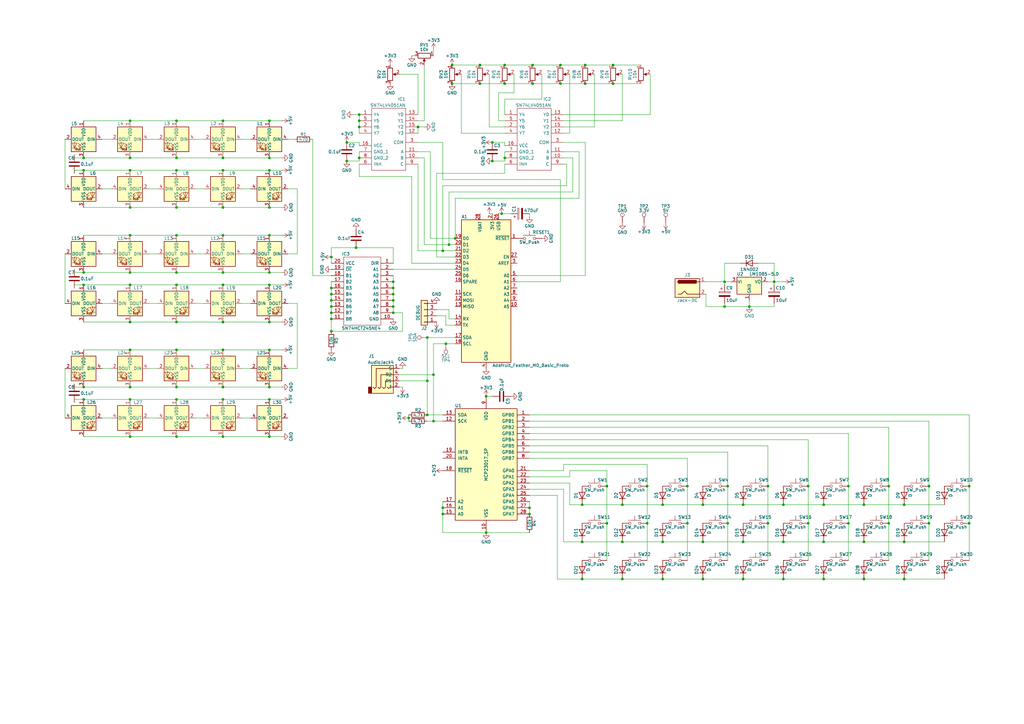
<source format=kicad_sch>
(kicad_sch (version 20211123) (generator eeschema)
  (paper "A3")
  (title_block (title "MIDIDesk") (date "2022-02-23") (rev "1") (comment 1 "https://github.com/sciencegey/MIDIDesk") (comment 2 "MIDIDesk © 2022 by Samuel Knowles is licensed under CC BY-SA 4.0"))
  (junction (at 53.34 179.07))
  (junction (at 91.44 179.07))
  (junction (at 196.85 26.67))
  (junction (at 72.39 116.84))
  (junction (at 298.45 199.39))
  (junction (at 364.49 214.63))
  (junction (at 135.89 128.27))
  (junction (at 297.18 125.73))
  (junction (at 207.01 34.29))
  (junction (at 34.29 64.77))
  (junction (at 161.29 128.27))
  (junction (at 181.61 102.87))
  (junction (at 186.69 97.79))
  (junction (at 34.29 69.85))
  (junction (at 354.33 207.01))
  (junction (at 271.78 207.01))
  (junction (at 218.44 34.29))
  (junction (at 135.89 123.19))
  (junction (at 307.34 125.73))
  (junction (at 91.44 96.52))
  (junction (at 184.15 100.33))
  (junction (at 53.34 158.75))
  (junction (at 72.39 69.85))
  (junction (at 110.49 163.83))
  (junction (at 240.03 26.67))
  (junction (at 72.39 158.75))
  (junction (at 288.29 237.49))
  (junction (at 147.32 46.99))
  (junction (at 72.39 85.09))
  (junction (at 72.39 132.08))
  (junction (at 337.82 207.01))
  (junction (at 167.64 171.45))
  (junction (at 381 199.39))
  (junction (at 370.84 222.25))
  (junction (at 331.47 214.63))
  (junction (at 72.39 49.53))
  (junction (at 177.8 153.67))
  (junction (at 347.98 199.39))
  (junction (at 185.42 26.67))
  (junction (at 91.44 158.75))
  (junction (at 146.05 101.6))
  (junction (at 217.17 208.28))
  (junction (at 72.39 179.07))
  (junction (at 147.32 49.53))
  (junction (at 34.29 111.76))
  (junction (at 175.26 138.43))
  (junction (at 229.87 26.67))
  (junction (at 251.46 26.67))
  (junction (at 34.29 116.84))
  (junction (at 53.34 111.76))
  (junction (at 135.89 118.11))
  (junction (at 201.93 66.04))
  (junction (at 34.29 158.75))
  (junction (at 347.98 214.63))
  (junction (at 217.17 210.82))
  (junction (at 72.39 111.76))
  (junction (at 370.84 237.49))
  (junction (at 110.49 96.52))
  (junction (at 255.27 207.01))
  (junction (at 397.51 199.39))
  (junction (at 354.33 237.49))
  (junction (at 321.31 207.01))
  (junction (at 110.49 111.76))
  (junction (at 199.39 218.44))
  (junction (at 317.5 115.57))
  (junction (at 238.76 207.01))
  (junction (at 248.92 199.39))
  (junction (at 175.26 156.21))
  (junction (at 185.42 34.29))
  (junction (at 304.8 237.49))
  (junction (at 147.32 64.77))
  (junction (at 135.89 105.41))
  (junction (at 271.78 237.49))
  (junction (at 321.31 237.49))
  (junction (at 265.43 214.63))
  (junction (at 177.8 172.72))
  (junction (at 381 214.63))
  (junction (at 110.49 49.53))
  (junction (at 161.29 120.65))
  (junction (at 91.44 64.77))
  (junction (at 110.49 85.09))
  (junction (at 53.34 96.52))
  (junction (at 53.34 132.08))
  (junction (at 91.44 132.08))
  (junction (at 314.96 199.39))
  (junction (at 331.47 199.39))
  (junction (at 161.29 118.11))
  (junction (at 72.39 143.51))
  (junction (at 110.49 158.75))
  (junction (at 182.88 140.97))
  (junction (at 110.49 143.51))
  (junction (at 181.61 208.28))
  (junction (at 229.87 34.29))
  (junction (at 205.74 87.63))
  (junction (at 135.89 135.89))
  (junction (at 218.44 26.67))
  (junction (at 240.03 34.29))
  (junction (at 135.89 130.81))
  (junction (at 370.84 207.01))
  (junction (at 161.29 115.57))
  (junction (at 196.85 34.29))
  (junction (at 110.49 116.84))
  (junction (at 91.44 111.76))
  (junction (at 207.01 26.67))
  (junction (at 142.24 58.42))
  (junction (at 354.33 222.25))
  (junction (at 248.92 214.63))
  (junction (at 265.43 199.39))
  (junction (at 304.8 207.01))
  (junction (at 397.51 214.63))
  (junction (at 53.34 85.09))
  (junction (at 72.39 163.83))
  (junction (at 110.49 132.08))
  (junction (at 364.49 199.39))
  (junction (at 314.96 214.63))
  (junction (at 321.31 222.25))
  (junction (at 91.44 163.83))
  (junction (at 298.45 214.63))
  (junction (at 53.34 64.77))
  (junction (at 72.39 96.52))
  (junction (at 135.89 125.73))
  (junction (at 34.29 163.83))
  (junction (at 161.29 125.73))
  (junction (at 161.29 123.19))
  (junction (at 53.34 116.84))
  (junction (at 53.34 49.53))
  (junction (at 181.61 210.82))
  (junction (at 110.49 69.85))
  (junction (at 281.94 199.39))
  (junction (at 171.45 52.07))
  (junction (at 281.94 214.63))
  (junction (at 255.27 222.25))
  (junction (at 110.49 179.07))
  (junction (at 142.24 66.04))
  (junction (at 238.76 222.25))
  (junction (at 337.82 222.25))
  (junction (at 199.39 162.56))
  (junction (at 337.82 237.49))
  (junction (at 53.34 69.85))
  (junction (at 288.29 222.25))
  (junction (at 147.32 52.07))
  (junction (at 91.44 85.09))
  (junction (at 135.89 120.65))
  (junction (at 175.26 170.18))
  (junction (at 271.78 222.25))
  (junction (at 304.8 222.25))
  (junction (at 201.93 58.42))
  (junction (at 288.29 207.01))
  (junction (at 91.44 69.85))
  (junction (at 255.27 237.49))
  (junction (at 297.18 115.57))
  (junction (at 251.46 34.29))
  (junction (at 53.34 163.83))
  (junction (at 91.44 116.84))
  (junction (at 110.49 64.77))
  (junction (at 53.34 143.51))
  (junction (at 91.44 49.53))
  (junction (at 207.01 64.77))
  (junction (at 91.44 143.51))
  (junction (at 238.76 237.49))
  (junction (at 72.39 64.77))
  (wire (pts (xy 251.46 34.29) (xy 262.89 34.29)))
  (wire (pts (xy 181.61 205.74) (xy 181.61 208.28)))
  (wire (pts (xy 331.47 214.63) (xy 331.47 229.87)))
  (wire (pts (xy 91.44 179.07) (xy 110.49 179.07)))
  (wire (pts (xy 91.44 49.53) (xy 110.49 49.53)))
  (wire (pts (xy 184.15 130.81) (xy 186.69 130.81)))
  (wire (pts (xy 53.34 179.07) (xy 72.39 179.07)))
  (wire (pts (xy 314.96 182.88) (xy 314.96 199.39)))
  (wire (pts (xy 177.8 140.97) (xy 177.8 153.67)))
  (wire (pts (xy 53.34 163.83) (xy 72.39 163.83)))
  (wire (pts (xy 118.11 77.47) (xy 121.92 77.47)))
  (wire (pts (xy 34.29 96.52) (xy 53.34 96.52)))
  (wire (pts (xy 182.88 140.97) (xy 186.69 140.97)))
  (wire (pts (xy 173.99 100.33) (xy 184.15 100.33)))
  (wire (pts (xy 175.26 138.43) (xy 175.26 156.21)))
  (wire (pts (xy 176.53 97.79) (xy 186.69 97.79)))
  (wire (pts (xy 34.29 116.84) (xy 30.48 116.84)))
  (wire (pts (xy 298.45 199.39) (xy 298.45 214.63)))
  (wire (pts (xy 298.45 199.39) (xy 298.45 185.42)))
  (wire (pts (xy 163.83 151.13) (xy 165.1 151.13)))
  (wire (pts (xy 204.47 38.1) (xy 210.82 38.1)))
  (wire (pts (xy 251.46 26.67) (xy 262.89 26.67)))
  (wire (pts (xy 26.67 104.14) (xy 26.67 124.46)))
  (wire (pts (xy 233.68 195.58) (xy 233.68 193.04)))
  (wire (pts (xy 181.61 76.2) (xy 181.61 102.87)))
  (wire (pts (xy 397.51 199.39) (xy 397.51 170.18)))
  (wire (pts (xy 30.48 64.77) (xy 30.48 63.5)))
  (wire (pts (xy 196.85 26.67) (xy 207.01 26.67)))
  (wire (pts (xy 232.41 76.2) (xy 181.61 76.2)))
  (wire (pts (xy 217.17 218.44) (xy 199.39 218.44)))
  (wire (pts (xy 201.93 66.04) (xy 207.01 66.04)))
  (wire (pts (xy 234.95 78.74) (xy 184.15 78.74)))
  (wire (pts (xy 204.47 87.63) (xy 205.74 87.63)))
  (wire (pts (xy 147.32 62.23) (xy 147.32 64.77)))
  (wire (pts (xy 232.41 67.31) (xy 232.41 76.2)))
  (wire (pts (xy 72.39 85.09) (xy 91.44 85.09)))
  (wire (pts (xy 397.51 199.39) (xy 397.51 214.63)))
  (wire (pts (xy 255.27 237.49) (xy 271.78 237.49)))
  (wire (pts (xy 231.14 58.42) (xy 240.03 58.42)))
  (wire (pts (xy 161.29 120.65) (xy 161.29 123.19)))
  (wire (pts (xy 231.14 49.53) (xy 255.27 49.53)))
  (wire (pts (xy 171.45 62.23) (xy 176.53 62.23)))
  (wire (pts (xy 53.34 49.53) (xy 72.39 49.53)))
  (wire (pts (xy 234.95 64.77) (xy 234.95 78.74)))
  (wire (pts (xy 72.39 49.53) (xy 91.44 49.53)))
  (wire (pts (xy 120.65 57.15) (xy 118.11 57.15)))
  (wire (pts (xy 60.96 171.45) (xy 64.77 171.45)))
  (wire (pts (xy 30.48 163.83) (xy 30.48 165.1)))
  (wire (pts (xy 185.42 34.29) (xy 196.85 34.29)))
  (wire (pts (xy 271.78 222.25) (xy 288.29 222.25)))
  (wire (pts (xy 331.47 199.39) (xy 331.47 214.63)))
  (wire (pts (xy 370.84 237.49) (xy 387.35 237.49)))
  (wire (pts (xy 147.32 49.53) (xy 147.32 52.07)))
  (wire (pts (xy 161.29 128.27) (xy 165.1 128.27)))
  (wire (pts (xy 217.17 195.58) (xy 233.68 195.58)))
  (wire (pts (xy 248.92 214.63) (xy 248.92 229.87)))
  (wire (pts (xy 207.01 46.99) (xy 207.01 40.64)))
  (wire (pts (xy 207.01 34.29) (xy 218.44 34.29)))
  (wire (pts (xy 217.17 200.66) (xy 231.14 200.66)))
  (wire (pts (xy 182.88 129.54) (xy 179.07 129.54)))
  (wire (pts (xy 175.26 156.21) (xy 175.26 170.18)))
  (wire (pts (xy 271.78 207.01) (xy 288.29 207.01)))
  (wire (pts (xy 60.96 124.46) (xy 64.77 124.46)))
  (wire (pts (xy 72.39 69.85) (xy 91.44 69.85)))
  (wire (pts (xy 364.49 199.39) (xy 364.49 175.26)))
  (wire (pts (xy 175.26 138.43) (xy 186.69 138.43)))
  (wire (pts (xy 297.18 115.57) (xy 297.18 116.84)))
  (wire (pts (xy 171.45 102.87) (xy 171.45 67.31)))
  (wire (pts (xy 288.29 237.49) (xy 304.8 237.49)))
  (wire (pts (xy 289.56 125.73) (xy 297.18 125.73)))
  (wire (pts (xy 237.49 62.23) (xy 237.49 81.28)))
  (wire (pts (xy 147.32 58.42) (xy 147.32 59.69)))
  (wire (pts (xy 218.44 34.29) (xy 229.87 34.29)))
  (wire (pts (xy 91.44 64.77) (xy 110.49 64.77)))
  (wire (pts (xy 201.93 58.42) (xy 207.01 58.42)))
  (wire (pts (xy 80.01 124.46) (xy 83.82 124.46)))
  (wire (pts (xy 179.07 127) (xy 184.15 127)))
  (wire (pts (xy 238.76 237.49) (xy 228.6 237.49)))
  (wire (pts (xy 231.14 193.04) (xy 217.17 193.04)))
  (wire (pts (xy 297.18 124.46) (xy 297.18 125.73)))
  (wire (pts (xy 161.29 107.95) (xy 161.29 101.6)))
  (wire (pts (xy 182.88 133.35) (xy 182.88 129.54)))
  (wire (pts (xy 248.92 199.39) (xy 248.92 214.63)))
  (wire (pts (xy 163.83 156.21) (xy 175.26 156.21)))
  (wire (pts (xy 186.69 133.35) (xy 182.88 133.35)))
  (wire (pts (xy 72.39 179.07) (xy 91.44 179.07)))
  (wire (pts (xy 135.89 135.89) (xy 165.1 135.89)))
  (wire (pts (xy 171.45 49.53) (xy 173.99 49.53)))
  (wire (pts (xy 196.85 34.29) (xy 207.01 34.29)))
  (wire (pts (xy 72.39 111.76) (xy 91.44 111.76)))
  (wire (pts (xy 163.83 153.67) (xy 177.8 153.67)))
  (wire (pts (xy 41.91 151.13) (xy 45.72 151.13)))
  (wire (pts (xy 364.49 214.63) (xy 364.49 229.87)))
  (wire (pts (xy 337.82 237.49) (xy 354.33 237.49)))
  (wire (pts (xy 370.84 222.25) (xy 387.35 222.25)))
  (wire (pts (xy 60.96 104.14) (xy 64.77 104.14)))
  (wire (pts (xy 354.33 222.25) (xy 370.84 222.25)))
  (wire (pts (xy 177.8 153.67) (xy 177.8 172.72)))
  (wire (pts (xy 34.29 116.84) (xy 53.34 116.84)))
  (wire (pts (xy 41.91 77.47) (xy 45.72 77.47)))
  (wire (pts (xy 34.29 163.83) (xy 53.34 163.83)))
  (wire (pts (xy 161.29 118.11) (xy 161.29 120.65)))
  (wire (pts (xy 128.27 57.15) (xy 128.27 113.03)))
  (wire (pts (xy 91.44 111.76) (xy 110.49 111.76)))
  (wire (pts (xy 397.51 170.18) (xy 217.17 170.18)))
  (wire (pts (xy 171.45 58.42) (xy 181.61 58.42)))
  (wire (pts (xy 304.8 207.01) (xy 321.31 207.01)))
  (wire (pts (xy 91.44 132.08) (xy 110.49 132.08)))
  (wire (pts (xy 167.64 170.18) (xy 167.64 171.45)))
  (wire (pts (xy 53.34 69.85) (xy 72.39 69.85)))
  (wire (pts (xy 186.69 105.41) (xy 179.07 105.41)))
  (wire (pts (xy 179.07 105.41) (xy 179.07 71.12)))
  (wire (pts (xy 207.01 58.42) (xy 207.01 59.69)))
  (wire (pts (xy 41.91 124.46) (xy 45.72 124.46)))
  (wire (pts (xy 207.01 26.67) (xy 218.44 26.67)))
  (wire (pts (xy 30.48 111.76) (xy 30.48 110.49)))
  (wire (pts (xy 231.14 190.5) (xy 231.14 193.04)))
  (wire (pts (xy 144.78 46.99) (xy 147.32 46.99)))
  (wire (pts (xy 80.01 77.47) (xy 83.82 77.47)))
  (wire (pts (xy 289.56 115.57) (xy 297.18 115.57)))
  (wire (pts (xy 110.49 111.76) (xy 115.57 111.76)))
  (wire (pts (xy 200.66 87.63) (xy 201.93 87.63)))
  (wire (pts (xy 233.68 54.61) (xy 233.68 30.48)))
  (wire (pts (xy 217.17 172.72) (xy 381 172.72)))
  (wire (pts (xy 238.76 237.49) (xy 255.27 237.49)))
  (wire (pts (xy 354.33 207.01) (xy 370.84 207.01)))
  (wire (pts (xy 238.76 207.01) (xy 255.27 207.01)))
  (wire (pts (xy 184.15 100.33) (xy 186.69 100.33)))
  (wire (pts (xy 72.39 64.77) (xy 91.44 64.77)))
  (wire (pts (xy 72.39 116.84) (xy 91.44 116.84)))
  (wire (pts (xy 99.06 124.46) (xy 102.87 124.46)))
  (wire (pts (xy 91.44 85.09) (xy 110.49 85.09)))
  (wire (pts (xy 231.14 46.99) (xy 266.7 46.99)))
  (wire (pts (xy 147.32 58.42) (xy 142.24 58.42)))
  (wire (pts (xy 181.61 208.28) (xy 181.61 210.82)))
  (wire (pts (xy 177.8 140.97) (xy 182.88 140.97)))
  (wire (pts (xy 41.91 171.45) (xy 45.72 171.45)))
  (wire (pts (xy 231.14 52.07) (xy 243.84 52.07)))
  (wire (pts (xy 186.69 107.95) (xy 168.91 107.95)))
  (wire (pts (xy 370.84 207.01) (xy 387.35 207.01)))
  (wire (pts (xy 255.27 49.53) (xy 255.27 30.48)))
  (wire (pts (xy 289.56 120.65) (xy 289.56 125.73)))
  (wire (pts (xy 337.82 207.01) (xy 354.33 207.01)))
  (wire (pts (xy 204.47 49.53) (xy 204.47 38.1)))
  (wire (pts (xy 72.39 132.08) (xy 91.44 132.08)))
  (wire (pts (xy 72.39 163.83) (xy 91.44 163.83)))
  (wire (pts (xy 210.82 38.1) (xy 210.82 30.48)))
  (wire (pts (xy 179.07 71.12) (xy 207.01 71.12)))
  (wire (pts (xy 255.27 207.01) (xy 271.78 207.01)))
  (wire (pts (xy 72.39 96.52) (xy 91.44 96.52)))
  (wire (pts (xy 30.48 116.84) (xy 30.48 118.11)))
  (wire (pts (xy 331.47 199.39) (xy 331.47 180.34)))
  (wire (pts (xy 240.03 34.29) (xy 251.46 34.29)))
  (wire (pts (xy 135.89 101.6) (xy 135.89 105.41)))
  (wire (pts (xy 231.14 67.31) (xy 232.41 67.31)))
  (wire (pts (xy 147.32 46.99) (xy 147.32 49.53)))
  (wire (pts (xy 121.92 77.47) (xy 121.92 104.14)))
  (wire (pts (xy 110.49 179.07) (xy 115.57 179.07)))
  (wire (pts (xy 161.29 113.03) (xy 161.29 115.57)))
  (wire (pts (xy 217.17 205.74) (xy 217.17 208.28)))
  (wire (pts (xy 34.29 132.08) (xy 53.34 132.08)))
  (wire (pts (xy 237.49 81.28) (xy 186.69 81.28)))
  (wire (pts (xy 238.76 207.01) (xy 233.68 207.01)))
  (wire (pts (xy 317.5 125.73) (xy 317.5 124.46)))
  (wire (pts (xy 53.34 116.84) (xy 72.39 116.84)))
  (wire (pts (xy 80.01 171.45) (xy 83.82 171.45)))
  (wire (pts (xy 229.87 115.57) (xy 212.09 115.57)))
  (wire (pts (xy 297.18 125.73) (xy 307.34 125.73)))
  (wire (pts (xy 161.29 110.49) (xy 186.69 110.49)))
  (wire (pts (xy 121.92 104.14) (xy 118.11 104.14)))
  (wire (pts (xy 173.99 100.33) (xy 173.99 64.77)))
  (wire (pts (xy 34.29 158.75) (xy 30.48 158.75)))
  (wire (pts (xy 171.45 46.99) (xy 171.45 30.48)))
  (wire (pts (xy 397.51 214.63) (xy 397.51 229.87)))
  (wire (pts (xy 53.34 158.75) (xy 72.39 158.75)))
  (wire (pts (xy 297.18 107.95) (xy 297.18 115.57)))
  (wire (pts (xy 165.1 158.75) (xy 163.83 158.75)))
  (wire (pts (xy 91.44 163.83) (xy 110.49 163.83)))
  (wire (pts (xy 337.82 222.25) (xy 354.33 222.25)))
  (wire (pts (xy 80.01 151.13) (xy 83.82 151.13)))
  (wire (pts (xy 147.32 66.04) (xy 147.32 64.77)))
  (wire (pts (xy 34.29 64.77) (xy 53.34 64.77)))
  (wire (pts (xy 321.31 207.01) (xy 337.82 207.01)))
  (wire (pts (xy 181.61 73.66) (xy 229.87 73.66)))
  (wire (pts (xy 91.44 143.51) (xy 110.49 143.51)))
  (wire (pts (xy 91.44 116.84) (xy 110.49 116.84)))
  (wire (pts (xy 347.98 177.8) (xy 347.98 199.39)))
  (wire (pts (xy 381 214.63) (xy 381 229.87)))
  (wire (pts (xy 231.14 222.25) (xy 238.76 222.25)))
  (wire (pts (xy 364.49 175.26) (xy 217.17 175.26)))
  (wire (pts (xy 161.29 123.19) (xy 161.29 125.73)))
  (wire (pts (xy 118.11 124.46) (xy 121.92 124.46)))
  (wire (pts (xy 207.01 64.77) (xy 207.01 66.04)))
  (wire (pts (xy 218.44 26.67) (xy 229.87 26.67)))
  (wire (pts (xy 265.43 190.5) (xy 231.14 190.5)))
  (wire (pts (xy 91.44 69.85) (xy 110.49 69.85)))
  (wire (pts (xy 207.01 62.23) (xy 207.01 64.77)))
  (wire (pts (xy 181.61 170.18) (xy 175.26 170.18)))
  (wire (pts (xy 91.44 158.75) (xy 110.49 158.75)))
  (wire (pts (xy 217.17 87.63) (xy 217.17 88.9)))
  (wire (pts (xy 231.14 54.61) (xy 233.68 54.61)))
  (wire (pts (xy 281.94 187.96) (xy 281.94 199.39)))
  (wire (pts (xy 233.68 193.04) (xy 248.92 193.04)))
  (wire (pts (xy 53.34 96.52) (xy 72.39 96.52)))
  (wire (pts (xy 34.29 49.53) (xy 53.34 49.53)))
  (wire (pts (xy 121.92 124.46) (xy 121.92 151.13)))
  (wire (pts (xy 304.8 237.49) (xy 321.31 237.49)))
  (wire (pts (xy 207.01 49.53) (xy 204.47 49.53)))
  (wire (pts (xy 110.49 132.08) (xy 115.57 132.08)))
  (wire (pts (xy 121.92 151.13) (xy 118.11 151.13)))
  (wire (pts (xy 60.96 151.13) (xy 64.77 151.13)))
  (wire (pts (xy 163.83 30.48) (xy 171.45 30.48)))
  (wire (pts (xy 53.34 64.77) (xy 72.39 64.77)))
  (wire (pts (xy 34.29 64.77) (xy 30.48 64.77)))
  (wire (pts (xy 265.43 199.39) (xy 265.43 214.63)))
  (wire (pts (xy 91.44 96.52) (xy 110.49 96.52)))
  (wire (pts (xy 347.98 199.39) (xy 347.98 214.63)))
  (wire (pts (xy 222.25 30.48) (xy 222.25 40.64)))
  (wire (pts (xy 147.32 66.04) (xy 142.24 66.04)))
  (wire (pts (xy 60.96 77.47) (xy 64.77 77.47)))
  (wire (pts (xy 80.01 104.14) (xy 83.82 104.14)))
  (wire (pts (xy 115.57 49.53) (xy 110.49 49.53)))
  (wire (pts (xy 217.17 177.8) (xy 347.98 177.8)))
  (wire (pts (xy 184.15 127) (xy 184.15 130.81)))
  (wire (pts (xy 41.91 57.15) (xy 45.72 57.15)))
  (wire (pts (xy 317.5 115.57) (xy 321.31 115.57)))
  (wire (pts (xy 181.61 218.44) (xy 181.61 210.82)))
  (wire (pts (xy 201.93 162.56) (xy 199.39 162.56)))
  (wire (pts (xy 364.49 199.39) (xy 364.49 214.63)))
  (wire (pts (xy 228.6 237.49) (xy 228.6 203.2)))
  (wire (pts (xy 303.53 107.95) (xy 297.18 107.95)))
  (wire (pts (xy 217.17 187.96) (xy 281.94 187.96)))
  (wire (pts (xy 233.68 207.01) (xy 233.68 198.12)))
  (wire (pts (xy 53.34 143.51) (xy 72.39 143.51)))
  (wire (pts (xy 231.14 62.23) (xy 237.49 62.23)))
  (wire (pts (xy 115.57 96.52) (xy 110.49 96.52)))
  (wire (pts (xy 165.1 135.89) (xy 165.1 128.27)))
  (wire (pts (xy 317.5 107.95) (xy 317.5 115.57)))
  (wire (pts (xy 347.98 214.63) (xy 347.98 229.87)))
  (wire (pts (xy 231.14 200.66) (xy 231.14 222.25)))
  (wire (pts (xy 72.39 158.75) (xy 91.44 158.75)))
  (wire (pts (xy 167.64 171.45) (xy 167.64 172.72)))
  (wire (pts (xy 80.01 57.15) (xy 83.82 57.15)))
  (wire (pts (xy 381 199.39) (xy 381 214.63)))
  (wire (pts (xy 60.96 57.15) (xy 64.77 57.15)))
  (wire (pts (xy 265.43 214.63) (xy 265.43 229.87)))
  (wire (pts (xy 168.91 22.86) (xy 170.18 22.86)))
  (wire (pts (xy 53.34 132.08) (xy 72.39 132.08)))
  (wire (pts (xy 331.47 180.34) (xy 217.17 180.34)))
  (wire (pts (xy 99.06 77.47) (xy 102.87 77.47)))
  (wire (pts (xy 110.49 85.09) (xy 115.57 85.09)))
  (wire (pts (xy 177.8 20.32) (xy 177.8 22.86)))
  (wire (pts (xy 243.84 52.07) (xy 243.84 30.48)))
  (wire (pts (xy 34.29 69.85) (xy 30.48 69.85)))
  (wire (pts (xy 34.29 158.75) (xy 53.34 158.75)))
  (wire (pts (xy 229.87 26.67) (xy 240.03 26.67)))
  (wire (pts (xy 307.34 125.73) (xy 317.5 125.73)))
  (wire (pts (xy 240.03 26.67) (xy 251.46 26.67)))
  (wire (pts (xy 248.92 193.04) (xy 248.92 199.39)))
  (wire (pts (xy 238.76 222.25) (xy 255.27 222.25)))
  (wire (pts (xy 30.48 69.85) (xy 30.48 71.12)))
  (wire (pts (xy 265.43 199.39) (xy 265.43 190.5)))
  (wire (pts (xy 135.89 130.81) (xy 135.89 135.89)))
  (wire (pts (xy 288.29 222.25) (xy 304.8 222.25)))
  (wire (pts (xy 110.49 116.84) (xy 115.57 116.84)))
  (wire (pts (xy 176.53 62.23) (xy 176.53 97.79)))
  (wire (pts (xy 298.45 185.42) (xy 217.17 185.42)))
  (wire (pts (xy 173.99 49.53) (xy 173.99 26.67)))
  (wire (pts (xy 99.06 151.13) (xy 102.87 151.13)))
  (wire (pts (xy 311.15 107.95) (xy 317.5 107.95)))
  (wire (pts (xy 381 172.72) (xy 381 199.39)))
  (wire (pts (xy 231.14 64.77) (xy 234.95 64.77)))
  (wire (pts (xy 161.29 115.57) (xy 161.29 118.11)))
  (wire (pts (xy 30.48 158.75) (xy 30.48 157.48)))
  (wire (pts (xy 34.29 143.51) (xy 53.34 143.51)))
  (wire (pts (xy 135.89 118.11) (xy 135.89 120.65)))
  (wire (pts (xy 271.78 237.49) (xy 288.29 237.49)))
  (wire (pts (xy 168.91 107.95) (xy 168.91 72.39)))
  (wire (pts (xy 26.67 57.15) (xy 26.67 77.47)))
  (wire (pts (xy 171.45 102.87) (xy 181.61 102.87)))
  (wire (pts (xy 173.99 64.77) (xy 171.45 64.77)))
  (wire (pts (xy 53.34 111.76) (xy 72.39 111.76)))
  (wire (pts (xy 314.96 214.63) (xy 314.96 229.87)))
  (wire (pts (xy 240.03 113.03) (xy 212.09 113.03)))
  (wire (pts (xy 110.49 64.77) (xy 115.57 64.77)))
  (wire (pts (xy 146.05 101.6) (xy 135.89 101.6)))
  (wire (pts (xy 317.5 116.84) (xy 317.5 115.57)))
  (wire (pts (xy 186.69 81.28) (xy 186.69 97.79)))
  (wire (pts (xy 26.67 151.13) (xy 26.67 171.45)))
  (wire (pts (xy 161.29 125.73) (xy 161.29 128.27)))
  (wire (pts (xy 34.29 163.83) (xy 30.48 163.83)))
  (wire (pts (xy 99.06 104.14) (xy 102.87 104.14)))
  (wire (pts (xy 110.49 69.85) (xy 115.57 69.85)))
  (wire (pts (xy 255.27 222.25) (xy 271.78 222.25)))
  (wire (pts (xy 217.17 182.88) (xy 314.96 182.88)))
  (wire (pts (xy 181.61 102.87) (xy 186.69 102.87)))
  (wire (pts (xy 307.34 123.19) (xy 307.34 125.73)))
  (wire (pts (xy 207.01 71.12) (xy 207.01 67.31)))
  (wire (pts (xy 34.29 179.07) (xy 53.34 179.07)))
  (wire (pts (xy 233.68 198.12) (xy 217.17 198.12)))
  (wire (pts (xy 189.23 54.61) (xy 189.23 30.48)))
  (wire (pts (xy 185.42 26.67) (xy 196.85 26.67)))
  (wire (pts (xy 304.8 222.25) (xy 321.31 222.25)))
  (wire (pts (xy 199.39 218.44) (xy 181.61 218.44)))
  (wire (pts (xy 175.26 172.72) (xy 177.8 172.72)))
  (wire (pts (xy 110.49 158.75) (xy 115.57 158.75)))
  (wire (pts (xy 135.89 120.65) (xy 135.89 123.19)))
  (wire (pts (xy 228.6 203.2) (xy 217.17 203.2)))
  (wire (pts (xy 354.33 237.49) (xy 370.84 237.49)))
  (wire (pts (xy 99.06 57.15) (xy 102.87 57.15)))
  (wire (pts (xy 298.45 214.63) (xy 298.45 229.87)))
  (wire (pts (xy 266.7 46.99) (xy 266.7 30.48)))
  (wire (pts (xy 147.32 72.39) (xy 147.32 67.31)))
  (wire (pts (xy 321.31 222.25) (xy 337.82 222.25)))
  (wire (pts (xy 34.29 111.76) (xy 53.34 111.76)))
  (wire (pts (xy 314.96 199.39) (xy 314.96 214.63)))
  (wire (pts (xy 207.01 52.07) (xy 200.66 52.07)))
  (wire (pts (xy 135.89 123.19) (xy 135.89 125.73)))
  (wire (pts (xy 229.87 73.66) (xy 229.87 115.57)))
  (wire (pts (xy 135.89 128.27) (xy 135.89 130.81)))
  (wire (pts (xy 34.29 111.76) (xy 30.48 111.76)))
  (wire (pts (xy 135.89 125.73) (xy 135.89 128.27)))
  (wire (pts (xy 110.49 163.83) (xy 115.57 163.83)))
  (wire (pts (xy 207.01 40.64) (xy 222.25 40.64)))
  (wire (pts (xy 281.94 199.39) (xy 281.94 214.63)))
  (wire (pts (xy 135.89 115.57) (xy 135.89 118.11)))
  (wire (pts (xy 205.74 87.63) (xy 209.55 87.63)))
  (wire (pts (xy 128.27 113.03) (xy 135.89 113.03)))
  (wire (pts (xy 240.03 58.42) (xy 240.03 113.03)))
  (wire (pts (xy 99.06 171.45) (xy 102.87 171.45)))
  (wire (pts (xy 135.89 105.41) (xy 135.89 107.95)))
  (wire (pts (xy 171.45 52.07) (xy 171.45 54.61)))
  (wire (pts (xy 171.45 52.07) (xy 173.99 52.07)))
  (wire (pts (xy 200.66 52.07) (xy 200.66 30.48)))
  (wire (pts (xy 229.87 34.29) (xy 240.03 34.29)))
  (wire (pts (xy 53.34 85.09) (xy 72.39 85.09)))
  (wire (pts (xy 177.8 172.72) (xy 181.61 172.72)))
  (wire (pts (xy 147.32 52.07) (xy 147.32 54.61)))
  (wire (pts (xy 317.5 115.57) (xy 314.96 115.57)))
  (wire (pts (xy 181.61 58.42) (xy 181.61 73.66)))
  (wire (pts (xy 288.29 207.01) (xy 304.8 207.01)))
  (wire (pts (xy 297.18 115.57) (xy 299.72 115.57)))
  (wire (pts (xy 321.31 237.49) (xy 337.82 237.49)))
  (wire (pts (xy 34.29 85.09) (xy 53.34 85.09)))
  (wire (pts (xy 168.91 72.39) (xy 147.32 72.39)))
  (wire (pts (xy 41.91 104.14) (xy 45.72 104.14)))
  (wire (pts (xy 72.39 143.51) (xy 91.44 143.51)))
  (wire (pts (xy 184.15 78.74) (xy 184.15 100.33)))
  (wire (pts (xy 207.01 54.61) (xy 189.23 54.61)))
  (wire (pts (xy 115.57 143.51) (xy 110.49 143.51)))
  (wire (pts (xy 217.17 208.28) (xy 217.17 210.82)))
  (wire (pts (xy 281.94 214.63) (xy 281.94 229.87)))
  (wire (pts (xy 161.29 101.6) (xy 146.05 101.6)))
  (wire (pts (xy 34.29 69.85) (xy 53.34 69.85)))
  (symbol (lib_id "Diode:1N4002") (at 307.34 107.95 0) (unit 1)
    (property "Reference" "D31" (at 307.34 105.41 0))
    (property "Value" "1N4002" (at 307.34 110.49 0))
    (property "Footprint" "Diode_THT:D_DO-41_SOD81_P10.16mm_Horizontal" (effects hide))
    (property "Datasheet" "http://www.vishay.com/docs/88503/1n4001.pdf" (effects hide))
  )
  (symbol (lib_name "SK6812MINI-E_14") (lib_id "custom:SK6812MINI-E") (at 53.34 151.13 0) (mirror y) (unit 1)
    (property "Reference" "L24" (at 48.26 145.415 0) (effects (justify right bottom)))
    (property "Value" "SK6812MINI" (effects hide))
    (property "Footprint" "custom:LED_SK6812MINI-E_REVERSE_3.5x2.8mm_P1.75mm" (effects hide))
    (property "Datasheet" "https://cdn-shop.adafruit.com/product-files/4960/4960_SK6812MINI-E_REV02_EN.pdf" (effects hide))
  )
  (symbol (lib_id "Switch:SW_Push") (at 375.92 214.63 0) (unit 1)
    (property "Reference" "SW19" (at 377.19 212.09 0) (effects (justify left)))
    (property "Value" "SW_Push" (at 375.92 216.154 0))
    (property "Footprint" "mxKeyswitch:SW_Cherry_MX_PCB_1.00u" (effects hide))
  )
  (symbol (lib_id "Switch:SW_Push") (at 392.43 229.87 0) (unit 1)
    (property "Reference" "SW30" (at 393.7 227.33 0) (effects (justify left)))
    (property "Value" "SW_Push" (at 392.43 231.394 0))
    (property "Footprint" "mxKeyswitch:SW_Cherry_MX_PCB_1.00u" (effects hide))
  )
  (symbol (lib_id "Switch:SW_Push") (at 260.35 214.63 0) (unit 1)
    (property "Reference" "SW12" (at 261.62 212.09 0) (effects (justify left)))
    (property "Value" "SW_Push" (at 260.35 216.154 0))
    (property "Footprint" "mxKeyswitch:SW_Cherry_MX_PCB_1.00u" (effects hide))
  )
  (symbol (lib_id "power:+3.3V") (at 142.24 58.42 0) (unit 1)
    (property "Reference" "#PWR07" (effects hide))
    (property "Value" "+3.3V" (at 142.24 54.864 0))
  )
  (symbol (lib_id "power:GND") (at 307.34 125.73 0) (unit 1)
    (property "Reference" "#PWR047" (effects hide))
    (property "Value" "GND" (at 307.34 129.54 0))
  )
  (symbol (lib_id "Device:R") (at 217.17 214.63 0) (unit 1)
    (property "Reference" "R4" (at 219.202 214.63 90))
    (property "Value" "10k" (at 217.17 214.63 90))
    (property "Footprint" "Resistor_THT:R_Axial_DIN0207_L6.3mm_D2.5mm_P10.16mm_Horizontal" (effects hide))
  )
  (symbol (lib_id "Diode:1N4148") (at 337.82 233.68 90) (unit 1)
    (property "Reference" "D27" (at 335.28 233.68 0))
    (property "Value" "D" (at 340.36 233.68 0))
    (property "Footprint" "Diode_THT:D_DO-35_SOD27_P7.62mm_Horizontal" (effects hide))
    (property "Datasheet" "https://assets.nexperia.com/documents/data-sheet/1N4148_1N4448.pdf" (effects hide))
  )
  (symbol (lib_name "SK6812MINI-E_8") (lib_id "custom:SK6812MINI-E") (at 91.44 151.13 0) (mirror y) (unit 1)
    (property "Reference" "L22" (at 86.36 145.415 0) (effects (justify right bottom)))
    (property "Value" "SK6812MINI" (effects hide))
    (property "Footprint" "custom:LED_SK6812MINI-E_REVERSE_3.5x2.8mm_P1.75mm" (effects hide))
    (property "Datasheet" "https://cdn-shop.adafruit.com/product-files/4960/4960_SK6812MINI-E_REV02_EN.pdf" (effects hide))
  )
  (symbol (lib_id "power:GND") (at 222.25 97.79 90) (unit 1)
    (property "Reference" "#PWR015" (effects hide))
    (property "Value" "GND" (at 226.06 97.79 0))
  )
  (symbol (lib_id "Diode:1N4148") (at 321.31 218.44 90) (unit 1)
    (property "Reference" "D16" (at 318.77 218.44 0))
    (property "Value" "D" (at 323.85 218.44 0))
    (property "Footprint" "Diode_THT:D_DO-35_SOD27_P7.62mm_Horizontal" (effects hide))
    (property "Datasheet" "https://assets.nexperia.com/documents/data-sheet/1N4148_1N4448.pdf" (effects hide))
  )
  (symbol (lib_id "Diode:1N4148") (at 337.82 218.44 90) (unit 1)
    (property "Reference" "D17" (at 335.28 218.44 0))
    (property "Value" "D" (at 340.36 218.44 0))
    (property "Footprint" "Diode_THT:D_DO-35_SOD27_P7.62mm_Horizontal" (effects hide))
    (property "Datasheet" "https://assets.nexperia.com/documents/data-sheet/1N4148_1N4448.pdf" (effects hide))
  )
  (symbol (lib_id "Device:R") (at 124.46 57.15 90) (unit 1)
    (property "Reference" "R1" (at 124.46 55.118 90))
    (property "Value" "470" (at 124.46 57.15 90))
    (property "Footprint" "Resistor_THT:R_Axial_DIN0207_L6.3mm_D2.5mm_P10.16mm_Horizontal" (effects hide))
  )
  (symbol (lib_id "power:+5V") (at 115.57 163.83 270) (unit 1)
    (property "Reference" "#PWR033" (effects hide))
    (property "Value" "+5V" (at 119.126 163.83 0))
  )
  (symbol (lib_name "SK6812MINI-E_17") (lib_id "custom:SK6812MINI-E") (at 34.29 171.45 0) (unit 1)
    (property "Reference" "L26" (at 39.37 165.735 0) (effects (justify right bottom)))
    (property "Value" "SK6812MINI" (effects hide))
    (property "Footprint" "custom:LED_SK6812MINI-E_REVERSE_3.5x2.8mm_P1.75mm" (effects hide))
    (property "Datasheet" "https://cdn-shop.adafruit.com/product-files/4960/4960_SK6812MINI-E_REV02_EN.pdf" (effects hide))
  )
  (symbol (lib_id "Connector:TestPoint") (at 175.26 138.43 90) (unit 1)
    (property "Reference" "TP5" (at 168.402 138.43 0))
    (property "Value" "SDA" (at 170.18 138.43 0))
    (property "Footprint" "TestPoint:TestPoint_Pad_D2.0mm" (effects hide))
  )
  (symbol (lib_id "Diode:1N4148") (at 288.29 203.2 90) (unit 1)
    (property "Reference" "D4" (at 285.75 203.2 0))
    (property "Value" "D" (at 290.83 203.2 0))
    (property "Footprint" "Diode_THT:D_DO-35_SOD27_P7.62mm_Horizontal" (effects hide))
    (property "Datasheet" "https://assets.nexperia.com/documents/data-sheet/1N4148_1N4448.pdf" (effects hide))
  )
  (symbol (lib_id "Diode:1N4148") (at 288.29 233.68 90) (unit 1)
    (property "Reference" "D24" (at 285.75 233.68 0))
    (property "Value" "D" (at 290.83 233.68 0))
    (property "Footprint" "Diode_THT:D_DO-35_SOD27_P7.62mm_Horizontal" (effects hide))
    (property "Datasheet" "https://assets.nexperia.com/documents/data-sheet/1N4148_1N4448.pdf" (effects hide))
  )
  (symbol (lib_name "SK6812MINI-E_13") (lib_id "custom:SK6812MINI-E") (at 72.39 151.13 0) (mirror y) (unit 1)
    (property "Reference" "L23" (at 67.31 145.415 0) (effects (justify right bottom)))
    (property "Value" "SK6812MINI" (effects hide))
    (property "Footprint" "custom:LED_SK6812MINI-E_REVERSE_3.5x2.8mm_P1.75mm" (effects hide))
    (property "Datasheet" "https://cdn-shop.adafruit.com/product-files/4960/4960_SK6812MINI-E_REV02_EN.pdf" (effects hide))
  )
  (symbol (lib_id "Diode:1N4148") (at 238.76 203.2 90) (unit 1)
    (property "Reference" "D1" (at 236.22 203.2 0))
    (property "Value" "D" (at 241.3 203.2 0))
    (property "Footprint" "Diode_THT:D_DO-35_SOD27_P7.62mm_Horizontal" (effects hide))
    (property "Datasheet" "https://assets.nexperia.com/documents/data-sheet/1N4148_1N4448.pdf" (effects hide))
  )
  (symbol (lib_id "power:GND") (at 135.89 143.51 0) (unit 1)
    (property "Reference" "#PWR044" (effects hide))
    (property "Value" "GND" (at 135.89 147.32 0))
  )
  (symbol (lib_id "Device:C") (at 30.48 114.3 0) (unit 1)
    (property "Reference" "C7" (at 27.94 111.76 0) (effects (justify left)))
    (property "Value" "0.1uF" (at 33.02 114.3 0) (effects (justify left)))
    (property "Footprint" "Capacitor_THT:C_Disc_D5.1mm_W3.2mm_P5.00mm" (effects hide))
  )
  (symbol (lib_id "Diode:1N4148") (at 387.35 233.68 90) (unit 1)
    (property "Reference" "D30" (at 384.81 233.68 0))
    (property "Value" "D" (at 389.89 233.68 0))
    (property "Footprint" "Diode_THT:D_DO-35_SOD27_P7.62mm_Horizontal" (effects hide))
    (property "Datasheet" "https://assets.nexperia.com/documents/data-sheet/1N4148_1N4448.pdf" (effects hide))
  )
  (symbol (lib_name "SK6812MINI-E_16") (lib_id "custom:SK6812MINI-E") (at 72.39 124.46 0) (unit 1)
    (property "Reference" "L18" (at 77.47 118.745 0) (effects (justify right bottom)))
    (property "Value" "SK6812MINI" (effects hide))
    (property "Footprint" "custom:LED_SK6812MINI-E_REVERSE_3.5x2.8mm_P1.75mm" (effects hide))
    (property "Datasheet" "https://cdn-shop.adafruit.com/product-files/4960/4960_SK6812MINI-E_REV02_EN.pdf" (effects hide))
  )
  (symbol (lib_id "Diode:1N4148") (at 354.33 203.2 90) (unit 1)
    (property "Reference" "D8" (at 351.79 203.2 0))
    (property "Value" "D" (at 356.87 203.2 0))
    (property "Footprint" "Diode_THT:D_DO-35_SOD27_P7.62mm_Horizontal" (effects hide))
    (property "Datasheet" "https://assets.nexperia.com/documents/data-sheet/1N4148_1N4448.pdf" (effects hide))
  )
  (symbol (lib_id "power:GND") (at 115.57 132.08 90) (unit 1)
    (property "Reference" "#PWR030" (effects hide))
    (property "Value" "GND" (at 119.38 132.08 0))
  )
  (symbol (lib_id "Diode:1N4148") (at 304.8 233.68 90) (unit 1)
    (property "Reference" "D25" (at 302.26 233.68 0))
    (property "Value" "D" (at 307.34 233.68 0))
    (property "Footprint" "Diode_THT:D_DO-35_SOD27_P7.62mm_Horizontal" (effects hide))
    (property "Datasheet" "https://assets.nexperia.com/documents/data-sheet/1N4148_1N4448.pdf" (effects hide))
  )
  (symbol (lib_id "power:+3.3V") (at 264.16 91.44 180) (unit 1)
    (property "Reference" "#PWR037" (effects hide))
    (property "Value" "+3.3V" (at 264.16 94.996 0))
  )
  (symbol (lib_id "Switch:SW_Push") (at 342.9 199.39 0) (unit 1)
    (property "Reference" "SW7" (at 344.17 196.85 0) (effects (justify left)))
    (property "Value" "SW_Push" (at 342.9 200.914 0))
    (property "Footprint" "mxKeyswitch:SW_Cherry_MX_PCB_1.00u" (effects hide))
  )
  (symbol (lib_id "power:GND") (at 115.57 158.75 90) (unit 1)
    (property "Reference" "#PWR032" (effects hide))
    (property "Value" "GND" (at 119.38 158.75 0))
  )
  (symbol (lib_id "Device:R_Potentiometer") (at 251.46 30.48 0) (unit 1)
    (property "Reference" "RV9" (at 247.015 30.48 90))
    (property "Value" "10k" (at 248.92 30.48 90))
    (property "Footprint" "Potentiometer_THT:Potentiometer_Bourns_PTA6043_Single_Slide" (effects hide))
    (property "Datasheet" "https://www.mouser.co.uk/datasheet/2/54/pta-778345.pdf" (effects hide))
  )
  (symbol (lib_name "SK6812MINI-E_15") (lib_id "custom:SK6812MINI-E") (at 72.39 171.45 0) (unit 1)
    (property "Reference" "L28" (at 77.47 165.735 0) (effects (justify right bottom)))
    (property "Value" "SK6812MINI" (effects hide))
    (property "Footprint" "custom:LED_SK6812MINI-E_REVERSE_3.5x2.8mm_P1.75mm" (effects hide))
    (property "Datasheet" "https://cdn-shop.adafruit.com/product-files/4960/4960_SK6812MINI-E_REV02_EN.pdf" (effects hide))
  )
  (symbol (lib_id "power:GND") (at 179.07 124.46 180) (unit 1)
    (property "Reference" "#PWR0101" (effects hide))
    (property "Value" "GND" (at 179.07 120.65 0))
  )
  (symbol (lib_name "SK6812MINI-E_11") (lib_id "custom:SK6812MINI-E") (at 110.49 151.13 0) (mirror y) (unit 1)
    (property "Reference" "L21" (at 105.41 145.415 0) (effects (justify right bottom)))
    (property "Value" "SK6812MINI" (effects hide))
    (property "Footprint" "custom:LED_SK6812MINI-E_REVERSE_3.5x2.8mm_P1.75mm" (effects hide))
    (property "Datasheet" "https://cdn-shop.adafruit.com/product-files/4960/4960_SK6812MINI-E_REV02_EN.pdf" (effects hide))
  )
  (symbol (lib_id "Diode:1N4148") (at 271.78 218.44 90) (unit 1)
    (property "Reference" "D13" (at 269.24 218.44 0))
    (property "Value" "D" (at 274.32 218.44 0))
    (property "Footprint" "Diode_THT:D_DO-35_SOD27_P7.62mm_Horizontal" (effects hide))
    (property "Datasheet" "https://assets.nexperia.com/documents/data-sheet/1N4148_1N4448.pdf" (effects hide))
  )
  (symbol (lib_id "Device:C_Polarized") (at 297.18 120.65 0) (unit 1)
    (property "Reference" "C9" (at 297.815 118.11 0) (effects (justify left)))
    (property "Value" "10uF" (at 297.815 123.19 0) (effects (justify left)))
    (property "Footprint" "Capacitor_THT:CP_Radial_D5.0mm_P2.50mm" (effects hide))
  )
  (symbol (lib_id "Switch:SW_Push") (at 243.84 229.87 0) (unit 1)
    (property "Reference" "SW21" (at 245.11 227.33 0) (effects (justify left)))
    (property "Value" "SW_Push" (at 243.84 231.394 0))
    (property "Footprint" "mxKeyswitch:SW_Cherry_MX_PCB_1.00u" (effects hide))
  )
  (symbol (lib_id "Switch:SW_Push") (at 309.88 229.87 0) (unit 1)
    (property "Reference" "SW25" (at 311.15 227.33 0) (effects (justify left)))
    (property "Value" "SW_Push" (at 309.88 231.394 0))
    (property "Footprint" "mxKeyswitch:SW_Cherry_MX_PCB_1.00u" (effects hide))
  )
  (symbol (lib_id "Device:R_Potentiometer") (at 262.89 30.48 0) (unit 1)
    (property "Reference" "RV10" (at 258.445 30.48 90))
    (property "Value" "10k" (at 260.35 30.48 90))
    (property "Footprint" "Potentiometer_THT:Potentiometer_Bourns_PTA6043_Single_Slide" (effects hide))
    (property "Datasheet" "https://www.mouser.co.uk/datasheet/2/54/pta-778345.pdf" (effects hide))
  )
  (symbol (lib_name "SK6812MINI-E_7") (lib_id "custom:SK6812MINI-E") (at 110.49 124.46 0) (unit 1)
    (property "Reference" "L20" (at 115.57 118.745 0) (effects (justify right bottom)))
    (property "Value" "SK6812MINI" (effects hide))
    (property "Footprint" "custom:LED_SK6812MINI-E_REVERSE_3.5x2.8mm_P1.75mm" (effects hide))
    (property "Datasheet" "https://cdn-shop.adafruit.com/product-files/4960/4960_SK6812MINI-E_REV02_EN.pdf" (effects hide))
  )
  (symbol (lib_id "power:+5V") (at 115.57 96.52 270) (unit 1)
    (property "Reference" "#PWR022" (effects hide))
    (property "Value" "+5V" (at 119.126 96.52 0))
  )
  (symbol (lib_id "Diode:1N4148") (at 387.35 218.44 90) (unit 1)
    (property "Reference" "D20" (at 384.81 218.44 0))
    (property "Value" "D" (at 389.89 218.44 0))
    (property "Footprint" "Diode_THT:D_DO-35_SOD27_P7.62mm_Horizontal" (effects hide))
    (property "Datasheet" "https://assets.nexperia.com/documents/data-sheet/1N4148_1N4448.pdf" (effects hide))
  )
  (symbol (lib_id "SamacSys_Parts:SN74LV4051AN") (at 158.75 69.85 0) (mirror y) (unit 1)
    (property "Reference" "IC1" (at 166.37 40.64 0) (effects (justify left)))
    (property "Value" "SN74LV4051AN" (at 166.37 43.18 0) (effects (justify left)))
    (property "Footprint" "Package_DIP:DIP-16_W7.62mm_Socket_LongPads" (effects hide))
    (property "Datasheet" "http://www.ti.com/lit/gpn/sn74lv4051a" (effects hide))
    (property "Description" "8-Channel Analog Multiplexer/Demultiplexer" (effects hide))
    (property "Height" "5.08" (effects hide))
    (property "Manufacturer_Name" "Texas Instruments" (effects hide))
    (property "Manufacturer_Part_Number" "SN74LV4051AN" (effects hide))
    (property "Mouser Part Number" "595-SN74LV4051AN" (effects hide))
    (property "Mouser Price/Stock" "https://www.mouser.co.uk/ProductDetail/Texas-Instruments/SN74LV4051AN?qs=B7lSdIxWQkmmaExpd4RXDg%3D%3D" (effects hide))
    (property "Arrow Part Number" "SN74LV4051AN" (effects hide))
    (property "Arrow Price/Stock" "https://www.arrow.com/en/products/sn74lv4051an/texas-instruments" (effects hide))
  )
  (symbol (lib_name "SK6812MINI-E_23") (lib_id "custom:SK6812MINI-E") (at 91.44 104.14 0) (mirror y) (unit 1)
    (property "Reference" "L12" (at 86.36 98.425 0) (effects (justify right bottom)))
    (property "Value" "SK6812MINI" (effects hide))
    (property "Footprint" "custom:LED_SK6812MINI-E_REVERSE_3.5x2.8mm_P1.75mm" (effects hide))
    (property "Datasheet" "https://cdn-shop.adafruit.com/product-files/4960/4960_SK6812MINI-E_REV02_EN.pdf" (effects hide))
  )
  (symbol (lib_id "power:GND") (at 199.39 151.13 0) (unit 1)
    (property "Reference" "#PWR024" (effects hide))
    (property "Value" "GND" (at 199.39 154.94 0))
  )
  (symbol (lib_name "SK6812MINI-E_25") (lib_id "custom:SK6812MINI-E") (at 72.39 77.47 0) (unit 1)
    (property "Reference" "L8" (at 77.47 71.755 0) (effects (justify right bottom)))
    (property "Value" "SK6812MINI" (effects hide))
    (property "Footprint" "custom:LED_SK6812MINI-E_REVERSE_3.5x2.8mm_P1.75mm" (effects hide))
    (property "Datasheet" "https://cdn-shop.adafruit.com/product-files/4960/4960_SK6812MINI-E_REV02_EN.pdf" (effects hide))
  )
  (symbol (lib_id "Switch:SW_Push") (at 342.9 214.63 0) (unit 1)
    (property "Reference" "SW17" (at 344.17 212.09 0) (effects (justify left)))
    (property "Value" "SW_Push" (at 342.9 216.154 0))
    (property "Footprint" "mxKeyswitch:SW_Cherry_MX_PCB_1.00u" (effects hide))
  )
  (symbol (lib_id "Diode:1N4148") (at 255.27 233.68 90) (unit 1)
    (property "Reference" "D22" (at 252.73 233.68 0))
    (property "Value" "D" (at 257.81 233.68 0))
    (property "Footprint" "Diode_THT:D_DO-35_SOD27_P7.62mm_Horizontal" (effects hide))
    (property "Datasheet" "https://assets.nexperia.com/documents/data-sheet/1N4148_1N4448.pdf" (effects hide))
  )
  (symbol (lib_id "power:GND") (at 146.05 93.98 180) (unit 1)
    (property "Reference" "#PWR040" (effects hide))
    (property "Value" "GND" (at 146.05 90.17 0))
  )
  (symbol (lib_name "SK6812MINI-E_26") (lib_id "custom:SK6812MINI-E") (at 91.44 57.15 0) (mirror y) (unit 1)
    (property "Reference" "L2" (at 86.36 51.435 0) (effects (justify right bottom)))
    (property "Value" "SK6812MINI" (effects hide))
    (property "Footprint" "custom:LED_SK6812MINI-E_REVERSE_3.5x2.8mm_P1.75mm" (effects hide))
    (property "Datasheet" "https://cdn-shop.adafruit.com/product-files/4960/4960_SK6812MINI-E_REV02_EN.pdf" (effects hide))
  )
  (symbol (lib_id "Device:R_Potentiometer") (at 160.02 30.48 0) (unit 1)
    (property "Reference" "RV2" (at 155.575 30.48 90))
    (property "Value" "10k" (at 157.48 30.48 90))
    (property "Footprint" "Potentiometer_THT:Potentiometer_Bourns_PTA6043_Single_Slide" (effects hide))
    (property "Datasheet" "https://www.mouser.co.uk/datasheet/2/54/pta-778345.pdf" (effects hide))
  )
  (symbol (lib_id "power:GND") (at 135.89 110.49 270) (unit 1)
    (property "Reference" "#PWR019" (effects hide))
    (property "Value" "GND" (at 132.08 110.49 0))
  )
  (symbol (lib_id "Diode:1N4148") (at 238.76 233.68 90) (unit 1)
    (property "Reference" "D21" (at 236.22 233.68 0))
    (property "Value" "D" (at 241.3 233.68 0))
    (property "Footprint" "Diode_THT:D_DO-35_SOD27_P7.62mm_Horizontal" (effects hide))
    (property "Datasheet" "https://assets.nexperia.com/documents/data-sheet/1N4148_1N4448.pdf" (effects hide))
  )
  (symbol (lib_id "Interface_Expansion:MCP23017_SP") (at 199.39 190.5 0) (unit 1)
    (property "Reference" "U1" (at 187.96 166.37 0))
    (property "Value" "MCP23017_SP" (at 199.39 190.5 90))
    (property "Footprint" "Package_DIP:DIP-28_W7.62mm" (effects hide))
    (property "Datasheet" "http://ww1.microchip.com/downloads/en/DeviceDoc/20001952C.pdf" (effects hide))
  )
  (symbol (lib_id "Diode:1N4148") (at 255.27 203.2 90) (unit 1)
    (property "Reference" "D2" (at 252.73 203.2 0))
    (property "Value" "D" (at 257.81 203.2 0))
    (property "Footprint" "Diode_THT:D_DO-35_SOD27_P7.62mm_Horizontal" (effects hide))
    (property "Datasheet" "https://assets.nexperia.com/documents/data-sheet/1N4148_1N4448.pdf" (effects hide))
  )
  (symbol (lib_id "power:GND") (at 201.93 66.04 270) (unit 1)
    (property "Reference" "#PWR010" (effects hide))
    (property "Value" "GND" (at 198.12 66.04 0))
  )
  (symbol (lib_id "power:+5V") (at 135.89 105.41 90) (unit 1)
    (property "Reference" "#PWR017" (effects hide))
    (property "Value" "+5V" (at 132.334 105.41 0))
  )
  (symbol (lib_id "Switch:SW_Push") (at 326.39 229.87 0) (unit 1)
    (property "Reference" "SW26" (at 327.66 227.33 0) (effects (justify left)))
    (property "Value" "SW_Push" (at 326.39 231.394 0))
    (property "Footprint" "mxKeyswitch:SW_Cherry_MX_PCB_1.00u" (effects hide))
  )
  (symbol (lib_id "Connector_Generic:Conn_01x04") (at 173.99 129.54 180) (unit 1)
    (property "Reference" "J2" (at 173.99 134.62 0))
    (property "Value" "DEBUG" (at 171.45 128.27 90))
    (property "Footprint" "Connector_PinHeader_2.54mm:PinHeader_1x04_P2.54mm_Vertical" (effects hide))
  )
  (symbol (lib_id "Switch:SW_Push") (at 243.84 199.39 0) (unit 1)
    (property "Reference" "SW1" (at 245.11 196.85 0) (effects (justify left)))
    (property "Value" "SW_Push" (at 243.84 200.914 0))
    (property "Footprint" "mxKeyswitch:SW_Cherry_MX_PCB_1.00u" (effects hide))
  )
  (symbol (lib_id "Connector:TestPoint") (at 182.88 140.97 180) (unit 1)
    (property "Reference" "TP4" (at 182.88 147.828 0))
    (property "Value" "SCL" (at 182.88 146.05 0))
    (property "Footprint" "TestPoint:TestPoint_Pad_D2.0mm" (effects hide))
  )
  (symbol (lib_id "power:+5V") (at 321.31 115.57 270) (unit 1)
    (property "Reference" "#PWR046" (effects hide))
    (property "Value" "+5V" (at 324.866 115.57 0))
  )
  (symbol (lib_id "Device:C") (at 30.48 67.31 0) (unit 1)
    (property "Reference" "C6" (at 27.94 64.77 0) (effects (justify left)))
    (property "Value" "0.1uF" (at 33.02 67.31 0) (effects (justify left)))
    (property "Footprint" "Capacitor_THT:C_Disc_D5.1mm_W3.2mm_P5.00mm" (effects hide))
  )
  (symbol (lib_id "Device:R_Potentiometer") (at 207.01 30.48 0) (unit 1)
    (property "Reference" "RV5" (at 202.565 30.48 90))
    (property "Value" "10k" (at 204.47 30.48 90))
    (property "Footprint" "Potentiometer_THT:Potentiometer_Bourns_PTA6043_Single_Slide" (effects hide))
    (property "Datasheet" "https://www.mouser.co.uk/datasheet/2/54/pta-778345.pdf" (effects hide))
  )
  (symbol (lib_name "SK6812MINI-E_19") (lib_id "custom:SK6812MINI-E") (at 53.34 124.46 0) (unit 1)
    (property "Reference" "L17" (at 58.42 118.745 0) (effects (justify right bottom)))
    (property "Value" "SK6812MINI" (effects hide))
    (property "Footprint" "custom:LED_SK6812MINI-E_REVERSE_3.5x2.8mm_P1.75mm" (effects hide))
    (property "Datasheet" "https://cdn-shop.adafruit.com/product-files/4960/4960_SK6812MINI-E_REV02_EN.pdf" (effects hide))
  )
  (symbol (lib_id "power:+3.3V") (at 165.1 158.75 180) (unit 1)
    (property "Reference" "#PWR026" (effects hide))
    (property "Value" "+3.3V" (at 165.1 162.306 0))
  )
  (symbol (lib_id "power:+3.3V") (at 160.02 26.67 0) (unit 1)
    (property "Reference" "#PWR03" (effects hide))
    (property "Value" "+3.3V" (at 160.02 22.86 0))
  )
  (symbol (lib_id "power:GND") (at 160.02 34.29 0) (unit 1)
    (property "Reference" "#PWR05" (effects hide))
    (property "Value" "GND" (at 160.02 38.1 0))
  )
  (symbol (lib_name "SK6812MINI-E_24") (lib_id "custom:SK6812MINI-E") (at 110.49 57.15 0) (mirror y) (unit 1)
    (property "Reference" "L1" (at 105.41 51.435 0) (effects (justify right bottom)))
    (property "Value" "SK6812MINI" (effects hide))
    (property "Footprint" "custom:LED_SK6812MINI-E_REVERSE_3.5x2.8mm_P1.75mm" (effects hide))
    (property "Datasheet" "https://cdn-shop.adafruit.com/product-files/4960/4960_SK6812MINI-E_REV02_EN.pdf" (effects hide))
  )
  (symbol (lib_id "Device:C_Polarized") (at 213.36 87.63 90) (unit 1)
    (property "Reference" "C1" (at 210.82 86.995 0) (effects (justify left)))
    (property "Value" "470uF" (at 220.98 86.36 90) (effects (justify left)))
    (property "Footprint" "Capacitor_THT:CP_Radial_D7.5mm_P2.50mm" (effects hide))
  )
  (symbol (lib_name "SK6812MINI-E_2") (lib_id "custom:SK6812MINI-E") (at 53.34 104.14 0) (mirror y) (unit 1)
    (property "Reference" "L14" (at 48.26 98.425 0) (effects (justify right bottom)))
    (property "Value" "SK6812MINI" (effects hide))
    (property "Footprint" "custom:LED_SK6812MINI-E_REVERSE_3.5x2.8mm_P1.75mm" (effects hide))
    (property "Datasheet" "https://cdn-shop.adafruit.com/product-files/4960/4960_SK6812MINI-E_REV02_EN.pdf" (effects hide))
  )
  (symbol (lib_id "Connector:AudioJack4") (at 158.75 153.67 0) (unit 1)
    (property "Reference" "J1" (at 152.4 146.05 0))
    (property "Value" "AudioJack4" (at 156.21 148.59 0))
    (property "Footprint" "SamacSys:SJ43515TS" (effects hide))
    (property "Datasheet" "https://www.mouser.co.uk/datasheet/2/670/sj_4351x-1779303.pdf" (effects hide))
  )
  (symbol (lib_id "Diode:1N4148") (at 288.29 218.44 90) (unit 1)
    (property "Reference" "D14" (at 285.75 218.44 0))
    (property "Value" "D" (at 290.83 218.44 0))
    (property "Footprint" "Diode_THT:D_DO-35_SOD27_P7.62mm_Horizontal" (effects hide))
    (property "Datasheet" "https://assets.nexperia.com/documents/data-sheet/1N4148_1N4448.pdf" (effects hide))
  )
  (symbol (lib_name "SK6812MINI-E_5") (lib_id "custom:SK6812MINI-E") (at 34.29 57.15 0) (mirror y) (unit 1)
    (property "Reference" "L5" (at 29.21 51.435 0) (effects (justify right bottom)))
    (property "Value" "SK6812MINI" (effects hide))
    (property "Footprint" "custom:LED_SK6812MINI-E_REVERSE_3.5x2.8mm_P1.75mm" (effects hide))
    (property "Datasheet" "https://cdn-shop.adafruit.com/product-files/4960/4960_SK6812MINI-E_REV02_EN.pdf" (effects hide))
  )
  (symbol (lib_id "power:GND") (at 115.57 85.09 90) (unit 1)
    (property "Reference" "#PWR020" (effects hide))
    (property "Value" "GND" (at 119.38 85.09 0))
  )
  (symbol (lib_id "power:+3.3V") (at 181.61 193.04 90) (unit 1)
    (property "Reference" "#PWR045" (effects hide))
    (property "Value" "+3.3V" (at 178.054 193.04 0))
  )
  (symbol (lib_id "Connector:TestPoint") (at 255.27 91.44 0) (unit 1)
    (property "Reference" "TP1" (at 255.27 84.582 0))
    (property "Value" "GND" (at 255.27 86.36 0))
    (property "Footprint" "TestPoint:TestPoint_Pad_D2.0mm" (effects hide))
  )
  (symbol (lib_id "Device:R_Potentiometer") (at 185.42 30.48 0) (unit 1)
    (property "Reference" "RV3" (at 180.975 30.48 90))
    (property "Value" "10k" (at 182.88 30.48 90))
    (property "Footprint" "Potentiometer_THT:Potentiometer_Bourns_PTA6043_Single_Slide" (effects hide))
    (property "Datasheet" "https://www.mouser.co.uk/datasheet/2/54/pta-778345.pdf" (effects hide))
  )
  (symbol (lib_id "power:+3.3V") (at 167.64 171.45 90) (unit 1)
    (property "Reference" "#PWR029" (effects hide))
    (property "Value" "+3.3V" (at 163.83 171.45 0))
  )
  (symbol (lib_id "Device:C") (at 201.93 62.23 0) (unit 1)
    (property "Reference" "C3" (at 202.565 59.69 0) (effects (justify left)))
    (property "Value" "0.1uF" (at 194.31 62.23 0) (effects (justify left)))
    (property "Footprint" "Capacitor_THT:C_Disc_D5.1mm_W3.2mm_P5.00mm" (effects hide))
  )
  (symbol (lib_id "Switch:SW_Push") (at 359.41 214.63 0) (unit 1)
    (property "Reference" "SW18" (at 360.68 212.09 0) (effects (justify left)))
    (property "Value" "SW_Push" (at 359.41 216.154 0))
    (property "Footprint" "mxKeyswitch:SW_Cherry_MX_PCB_1.00u" (effects hide))
  )
  (symbol (lib_id "Switch:SW_Push") (at 392.43 199.39 0) (unit 1)
    (property "Reference" "SW10" (at 393.7 196.85 0) (effects (justify left)))
    (property "Value" "SW_Push" (at 392.43 200.914 0))
    (property "Footprint" "mxKeyswitch:SW_Cherry_MX_PCB_1.00u" (effects hide))
  )
  (symbol (lib_name "SK6812MINI-E_9") (lib_id "custom:SK6812MINI-E") (at 110.49 171.45 0) (unit 1)
    (property "Reference" "L30" (at 115.57 165.735 0) (effects (justify right bottom)))
    (property "Value" "SK6812MINI" (effects hide))
    (property "Footprint" "custom:LED_SK6812MINI-E_REVERSE_3.5x2.8mm_P1.75mm" (effects hide))
    (property "Datasheet" "https://cdn-shop.adafruit.com/product-files/4960/4960_SK6812MINI-E_REV02_EN.pdf" (effects hide))
  )
  (symbol (lib_id "Diode:1N4148") (at 271.78 203.2 90) (unit 1)
    (property "Reference" "D3" (at 269.24 203.2 0))
    (property "Value" "D" (at 274.32 203.2 0))
    (property "Footprint" "Diode_THT:D_DO-35_SOD27_P7.62mm_Horizontal" (effects hide))
    (property "Datasheet" "https://assets.nexperia.com/documents/data-sheet/1N4148_1N4448.pdf" (effects hide))
  )
  (symbol (lib_id "Diode:1N4148") (at 321.31 233.68 90) (unit 1)
    (property "Reference" "D26" (at 318.77 233.68 0))
    (property "Value" "D" (at 323.85 233.68 0))
    (property "Footprint" "Diode_THT:D_DO-35_SOD27_P7.62mm_Horizontal" (effects hide))
    (property "Datasheet" "https://assets.nexperia.com/documents/data-sheet/1N4148_1N4448.pdf" (effects hide))
  )
  (symbol (lib_name "SK6812MINI-E_18") (lib_id "custom:SK6812MINI-E") (at 53.34 171.45 0) (unit 1)
    (property "Reference" "L27" (at 58.42 165.735 0) (effects (justify right bottom)))
    (property "Value" "SK6812MINI" (effects hide))
    (property "Footprint" "custom:LED_SK6812MINI-E_REVERSE_3.5x2.8mm_P1.75mm" (effects hide))
    (property "Datasheet" "https://cdn-shop.adafruit.com/product-files/4960/4960_SK6812MINI-E_REV02_EN.pdf" (effects hide))
  )
  (symbol (lib_id "Device:R") (at 135.89 139.7 0) (unit 1)
    (property "Reference" "R5" (at 137.922 139.7 90))
    (property "Value" "10k" (at 135.89 139.7 90))
    (property "Footprint" "Resistor_THT:R_Axial_DIN0207_L6.3mm_D2.5mm_P10.16mm_Horizontal" (effects hide))
  )
  (symbol (lib_id "power:+3.3V") (at 185.42 26.67 0) (unit 1)
    (property "Reference" "#PWR04" (effects hide))
    (property "Value" "+3.3V" (at 185.42 22.86 0))
  )
  (symbol (lib_id "Switch:SW_Push") (at 309.88 214.63 0) (unit 1)
    (property "Reference" "SW15" (at 311.15 212.09 0) (effects (justify left)))
    (property "Value" "SW_Push" (at 309.88 216.154 0))
    (property "Footprint" "mxKeyswitch:SW_Cherry_MX_PCB_1.00u" (effects hide))
  )
  (symbol (lib_id "MCU_Module:Adafruit_Feather_Generic") (at 199.39 118.11 0) (unit 1)
    (property "Reference" "A1" (at 189.23 88.9 0) (effects (justify left)))
    (property "Value" "Adafruit_Feather_M0_Basic_Proto" (at 201.93 149.86 0) (effects (justify left)))
    (property "Footprint" "Module:Adafruit_Feather" (effects hide))
    (property "Datasheet" "https://cdn-learn.adafruit.com/downloads/pdf/adafruit-feather.pdf" (effects hide))
  )
  (symbol (lib_id "Switch:SW_Push") (at 293.37 214.63 0) (unit 1)
    (property "Reference" "SW14" (at 294.64 212.09 0) (effects (justify left)))
    (property "Value" "SW_Push" (at 293.37 216.154 0))
    (property "Footprint" "mxKeyswitch:SW_Cherry_MX_PCB_1.00u" (effects hide))
  )
  (symbol (lib_id "Diode:1N4148") (at 354.33 233.68 90) (unit 1)
    (property "Reference" "D28" (at 351.79 233.68 0))
    (property "Value" "D" (at 356.87 233.68 0))
    (property "Footprint" "Diode_THT:D_DO-35_SOD27_P7.62mm_Horizontal" (effects hide))
    (property "Datasheet" "https://assets.nexperia.com/documents/data-sheet/1N4148_1N4448.pdf" (effects hide))
  )
  (symbol (lib_id "Diode:1N4148") (at 321.31 203.2 90) (unit 1)
    (property "Reference" "D6" (at 318.77 203.2 0))
    (property "Value" "D" (at 323.85 203.2 0))
    (property "Footprint" "Diode_THT:D_DO-35_SOD27_P7.62mm_Horizontal" (effects hide))
    (property "Datasheet" "https://assets.nexperia.com/documents/data-sheet/1N4148_1N4448.pdf" (effects hide))
  )
  (symbol (lib_name "SK6812MINI-E_20") (lib_id "custom:SK6812MINI-E") (at 34.29 124.46 0) (unit 1)
    (property "Reference" "L16" (at 39.37 118.745 0) (effects (justify right bottom)))
    (property "Value" "SK6812MINI" (effects hide))
    (property "Footprint" "custom:LED_SK6812MINI-E_REVERSE_3.5x2.8mm_P1.75mm" (effects hide))
    (property "Datasheet" "https://cdn-shop.adafruit.com/product-files/4960/4960_SK6812MINI-E_REV02_EN.pdf" (effects hide))
  )
  (symbol (lib_id "power:+5V") (at 115.57 49.53 270) (unit 1)
    (property "Reference" "#PWR014" (effects hide))
    (property "Value" "+5V" (at 119.126 49.53 0))
  )
  (symbol (lib_id "Switch:SW_Push") (at 375.92 229.87 0) (unit 1)
    (property "Reference" "SW29" (at 377.19 227.33 0) (effects (justify left)))
    (property "Value" "SW_Push" (at 375.92 231.394 0))
    (property "Footprint" "mxKeyswitch:SW_Cherry_MX_PCB_1.00u" (effects hide))
  )
  (symbol (lib_id "power:GND") (at 115.57 111.76 90) (unit 1)
    (property "Reference" "#PWR025" (effects hide))
    (property "Value" "GND" (at 119.38 111.76 0))
  )
  (symbol (lib_id "SamacSys_Parts:SN74HCT245NE4") (at 161.29 107.95 0) (mirror y) (unit 1)
    (property "Reference" "IC3" (at 143.51 104.14 0) (effects (justify left)))
    (property "Value" "SN74HCT245NE4" (at 156.21 134.62 0) (effects (justify left)))
    (property "Footprint" "Package_DIP:DIP-20_W7.62mm_Socket_LongPads" (effects hide))
    (property "Datasheet" "https://www.ti.com/lit/ds/symlink/sn74hct245.pdf" (effects hide))
    (property "Description" "Bus Transceivers Octal Bus Trnscvrs With 3-State Outputs" (effects hide))
    (property "Height" "5.08" (effects hide))
    (property "Mouser Part Number" "595-SN74HCT245NE4" (effects hide))
    (property "Mouser Price/Stock" "https://www.mouser.co.uk/ProductDetail/Texas-Instruments/SN74HCT245NE4?qs=SL3LIuy2dWzrNeCJprt44g%3D%3D" (effects hide))
    (property "Manufacturer_Name" "Texas Instruments" (effects hide))
    (property "Manufacturer_Part_Number" "SN74HCT245NE4" (effects hide))
  )
  (symbol (lib_id "Diode:1N4148") (at 354.33 218.44 90) (unit 1)
    (property "Reference" "D18" (at 351.79 218.44 0))
    (property "Value" "D" (at 356.87 218.44 0))
    (property "Footprint" "Diode_THT:D_DO-35_SOD27_P7.62mm_Horizontal" (effects hide))
    (property "Datasheet" "https://assets.nexperia.com/documents/data-sheet/1N4148_1N4448.pdf" (effects hide))
  )
  (symbol (lib_id "power:+3.3V") (at 177.8 20.32 0) (unit 1)
    (property "Reference" "#PWR01" (effects hide))
    (property "Value" "+3.3V" (at 177.8 16.51 0))
  )
  (symbol (lib_id "Switch:SW_Push") (at 260.35 199.39 0) (unit 1)
    (property "Reference" "SW2" (at 261.62 196.85 0) (effects (justify left)))
    (property "Value" "SW_Push" (at 260.35 200.914 0))
    (property "Footprint" "mxKeyswitch:SW_Cherry_MX_PCB_1.00u" (effects hide))
  )
  (symbol (lib_id "Switch:SW_Push") (at 326.39 199.39 0) (unit 1)
    (property "Reference" "SW6" (at 327.66 196.85 0) (effects (justify left)))
    (property "Value" "SW_Push" (at 326.39 200.914 0))
    (property "Footprint" "mxKeyswitch:SW_Cherry_MX_PCB_1.00u" (effects hide))
  )
  (symbol (lib_id "power:GND") (at 165.1 151.13 180) (unit 1)
    (property "Reference" "#PWR023" (effects hide))
    (property "Value" "GND" (at 165.1 147.32 0))
  )
  (symbol (lib_name "SK6812MINI-E_27") (lib_id "custom:SK6812MINI-E") (at 91.44 77.47 0) (unit 1)
    (property "Reference" "L9" (at 96.52 71.755 0) (effects (justify right bottom)))
    (property "Value" "SK6812MINI" (effects hide))
    (property "Footprint" "custom:LED_SK6812MINI-E_REVERSE_3.5x2.8mm_P1.75mm" (effects hide))
    (property "Datasheet" "https://cdn-shop.adafruit.com/product-files/4960/4960_SK6812MINI-E_REV02_EN.pdf" (effects hide))
  )
  (symbol (lib_id "Diode:1N4148") (at 337.82 203.2 90) (unit 1)
    (property "Reference" "D7" (at 335.28 203.2 0))
    (property "Value" "D" (at 340.36 203.2 0))
    (property "Footprint" "Diode_THT:D_DO-35_SOD27_P7.62mm_Horizontal" (effects hide))
    (property "Datasheet" "https://assets.nexperia.com/documents/data-sheet/1N4148_1N4448.pdf" (effects hide))
  )
  (symbol (lib_id "power:+5V") (at 115.57 116.84 270) (unit 1)
    (property "Reference" "#PWR027" (effects hide))
    (property "Value" "+5V" (at 119.126 116.84 0))
  )
  (symbol (lib_id "Connector:TestPoint") (at 273.05 91.44 0) (unit 1)
    (property "Reference" "TP3" (at 273.05 84.582 0))
    (property "Value" "5V" (at 273.05 86.36 0))
    (property "Footprint" "TestPoint:TestPoint_Pad_D2.0mm" (effects hide))
  )
  (symbol (lib_id "Switch:SW_Push") (at 392.43 214.63 0) (unit 1)
    (property "Reference" "SW20" (at 393.7 212.09 0) (effects (justify left)))
    (property "Value" "SW_Push" (at 392.43 216.154 0))
    (property "Footprint" "mxKeyswitch:SW_Cherry_MX_PCB_1.00u" (effects hide))
  )
  (symbol (lib_id "power:+5V") (at 115.57 143.51 270) (unit 1)
    (property "Reference" "#PWR031" (effects hide))
    (property "Value" "+5V" (at 119.126 143.51 0))
  )
  (symbol (lib_id "Device:C") (at 146.05 97.79 0) (unit 1)
    (property "Reference" "C4" (at 146.685 95.25 0) (effects (justify left)))
    (property "Value" "0.1uF" (at 138.43 97.79 0) (effects (justify left)))
    (property "Footprint" "Capacitor_THT:C_Disc_D5.1mm_W3.2mm_P5.00mm" (effects hide))
  )
  (symbol (lib_id "Diode:1N4148") (at 304.8 218.44 90) (unit 1)
    (property "Reference" "D15" (at 302.26 218.44 0))
    (property "Value" "D" (at 307.34 218.44 0))
    (property "Footprint" "Diode_THT:D_DO-35_SOD27_P7.62mm_Horizontal" (effects hide))
    (property "Datasheet" "https://assets.nexperia.com/documents/data-sheet/1N4148_1N4448.pdf" (effects hide))
  )
  (symbol (lib_id "Diode:1N4148") (at 387.35 203.2 90) (unit 1)
    (property "Reference" "D10" (at 384.81 203.2 0))
    (property "Value" "D" (at 389.89 203.2 0))
    (property "Footprint" "Diode_THT:D_DO-35_SOD27_P7.62mm_Horizontal" (effects hide))
    (property "Datasheet" "https://assets.nexperia.com/documents/data-sheet/1N4148_1N4448.pdf" (effects hide))
  )
  (symbol (lib_id "Switch:SW_Push") (at 260.35 229.87 0) (unit 1)
    (property "Reference" "SW22" (at 261.62 227.33 0) (effects (justify left)))
    (property "Value" "SW_Push" (at 260.35 231.394 0))
    (property "Footprint" "mxKeyswitch:SW_Cherry_MX_PCB_1.00u" (effects hide))
  )
  (symbol (lib_id "power:+3.3V") (at 179.07 132.08 180) (unit 1)
    (property "Reference" "#PWR039" (effects hide))
    (property "Value" "+3.3V" (at 179.07 135.636 0))
  )
  (symbol (lib_id "power:GND") (at 217.17 88.9 0) (unit 1)
    (property "Reference" "#PWR013" (effects hide))
    (property "Value" "GND" (at 217.17 92.71 0))
  )
  (symbol (lib_id "Switch:SW_Push") (at 276.86 214.63 0) (unit 1)
    (property "Reference" "SW13" (at 278.13 212.09 0) (effects (justify left)))
    (property "Value" "SW_Push" (at 276.86 216.154 0))
    (property "Footprint" "mxKeyswitch:SW_Cherry_MX_PCB_1.00u" (effects hide))
  )
  (symbol (lib_id "Diode:1N4148") (at 370.84 218.44 90) (unit 1)
    (property "Reference" "D19" (at 368.3 218.44 0))
    (property "Value" "D" (at 373.38 218.44 0))
    (property "Footprint" "Diode_THT:D_DO-35_SOD27_P7.62mm_Horizontal" (effects hide))
    (property "Datasheet" "https://assets.nexperia.com/documents/data-sheet/1N4148_1N4448.pdf" (effects hide))
  )
  (symbol (lib_id "Switch:SW_Push") (at 276.86 229.87 0) (unit 1)
    (property "Reference" "SW23" (at 278.13 227.33 0) (effects (justify left)))
    (property "Value" "SW_Push" (at 276.86 231.394 0))
    (property "Footprint" "mxKeyswitch:SW_Cherry_MX_PCB_1.00u" (effects hide))
  )
  (symbol (lib_id "Switch:SW_Push") (at 342.9 229.87 0) (unit 1)
    (property "Reference" "SW27" (at 344.17 227.33 0) (effects (justify left)))
    (property "Value" "SW_Push" (at 342.9 231.394 0))
    (property "Footprint" "mxKeyswitch:SW_Cherry_MX_PCB_1.00u" (effects hide))
  )
  (symbol (lib_id "Switch:SW_Push") (at 375.92 199.39 0) (unit 1)
    (property "Reference" "SW9" (at 377.19 196.85 0) (effects (justify left)))
    (property "Value" "SW_Push" (at 375.92 200.914 0))
    (property "Footprint" "mxKeyswitch:SW_Cherry_MX_PCB_1.00u" (effects hide))
  )
  (symbol (lib_id "SamacSys_Parts:SN74LV4051AN") (at 218.44 69.85 0) (mirror y) (unit 1)
    (property "Reference" "IC2" (at 226.06 40.64 0) (effects (justify left)))
    (property "Value" "SN74LV4051AN" (at 226.06 43.18 0) (effects (justify left)))
    (property "Footprint" "Package_DIP:DIP-16_W7.62mm_Socket_LongPads" (effects hide))
    (property "Datasheet" "http://www.ti.com/lit/gpn/sn74lv4051a" (effects hide))
    (property "Description" "8-Channel Analog Multiplexer/Demultiplexer" (effects hide))
    (property "Height" "5.08" (effects hide))
    (property "Manufacturer_Name" "Texas Instruments" (effects hide))
    (property "Manufacturer_Part_Number" "SN74LV4051AN" (effects hide))
    (property "Mouser Part Number" "595-SN74LV4051AN" (effects hide))
    (property "Mouser Price/Stock" "https://www.mouser.co.uk/ProductDetail/Texas-Instruments/SN74LV4051AN?qs=B7lSdIxWQkmmaExpd4RXDg%3D%3D" (effects hide))
    (property "Arrow Part Number" "SN74LV4051AN" (effects hide))
    (property "Arrow Price/Stock" "https://www.arrow.com/en/products/sn74lv4051an/texas-instruments" (effects hide))
  )
  (symbol (lib_name "SK6812MINI-E_29") (lib_id "custom:SK6812MINI-E") (at 110.49 104.14 0) (mirror y) (unit 1)
    (property "Reference" "L11" (at 105.41 98.425 0) (effects (justify right bottom)))
    (property "Value" "SK6812MINI" (effects hide))
    (property "Footprint" "custom:LED_SK6812MINI-E_REVERSE_3.5x2.8mm_P1.75mm" (effects hide))
    (property "Datasheet" "https://cdn-shop.adafruit.com/product-files/4960/4960_SK6812MINI-E_REV02_EN.pdf" (effects hide))
  )
  (symbol (lib_id "Device:C_Polarized") (at 317.5 120.65 0) (unit 1)
    (property "Reference" "C10" (at 318.135 118.11 0) (effects (justify left)))
    (property "Value" "10uF" (at 318.135 123.19 0) (effects (justify left)))
    (property "Footprint" "Capacitor_THT:CP_Radial_D5.0mm_P2.50mm" (effects hide))
  )
  (symbol (lib_id "Diode:1N4148") (at 370.84 233.68 90) (unit 1)
    (property "Reference" "D29" (at 368.3 233.68 0))
    (property "Value" "D" (at 373.38 233.68 0))
    (property "Footprint" "Diode_THT:D_DO-35_SOD27_P7.62mm_Horizontal" (effects hide))
    (property "Datasheet" "https://assets.nexperia.com/documents/data-sheet/1N4148_1N4448.pdf" (effects hide))
  )
  (symbol (lib_id "Diode:1N4148") (at 255.27 218.44 90) (unit 1)
    (property "Reference" "D12" (at 252.73 218.44 0))
    (property "Value" "D" (at 257.81 218.44 0))
    (property "Footprint" "Diode_THT:D_DO-35_SOD27_P7.62mm_Horizontal" (effects hide))
    (property "Datasheet" "https://assets.nexperia.com/documents/data-sheet/1N4148_1N4448.pdf" (effects hide))
  )
  (symbol (lib_name "SK6812MINI-E_12") (lib_id "custom:SK6812MINI-E") (at 91.44 124.46 0) (unit 1)
    (property "Reference" "L19" (at 96.52 118.745 0) (effects (justify right bottom)))
    (property "Value" "SK6812MINI" (effects hide))
    (property "Footprint" "custom:LED_SK6812MINI-E_REVERSE_3.5x2.8mm_P1.75mm" (effects hide))
    (property "Datasheet" "https://cdn-shop.adafruit.com/product-files/4960/4960_SK6812MINI-E_REV02_EN.pdf" (effects hide))
  )
  (symbol (lib_id "Diode:1N4148") (at 370.84 203.2 90) (unit 1)
    (property "Reference" "D9" (at 368.3 203.2 0))
    (property "Value" "D" (at 373.38 203.2 0))
    (property "Footprint" "Diode_THT:D_DO-35_SOD27_P7.62mm_Horizontal" (effects hide))
    (property "Datasheet" "https://assets.nexperia.com/documents/data-sheet/1N4148_1N4448.pdf" (effects hide))
  )
  (symbol (lib_name "SK6812MINI-E_28") (lib_id "custom:SK6812MINI-E") (at 110.49 77.47 0) (unit 1)
    (property "Reference" "L10" (at 115.57 71.755 0) (effects (justify right bottom)))
    (property "Value" "SK6812MINI" (effects hide))
    (property "Footprint" "custom:LED_SK6812MINI-E_REVERSE_3.5x2.8mm_P1.75mm" (effects hide))
    (property "Datasheet" "https://cdn-shop.adafruit.com/product-files/4960/4960_SK6812MINI-E_REV02_EN.pdf" (effects hide))
  )
  (symbol (lib_id "power:GND") (at 255.27 91.44 0) (unit 1)
    (property "Reference" "#PWR036" (effects hide))
    (property "Value" "GND" (at 255.27 95.25 0))
  )
  (symbol (lib_name "SK6812MINI-E_22") (lib_id "custom:SK6812MINI-E") (at 72.39 104.14 0) (mirror y) (unit 1)
    (property "Reference" "L13" (at 67.31 98.425 0) (effects (justify right bottom)))
    (property "Value" "SK6812MINI" (effects hide))
    (property "Footprint" "custom:LED_SK6812MINI-E_REVERSE_3.5x2.8mm_P1.75mm" (effects hide))
    (property "Datasheet" "https://cdn-shop.adafruit.com/product-files/4960/4960_SK6812MINI-E_REV02_EN.pdf" (effects hide))
  )
  (symbol (lib_id "Device:C") (at 205.74 162.56 270) (unit 1)
    (property "Reference" "C5" (at 208.28 163.195 0) (effects (justify left)))
    (property "Value" "0.1uF" (at 205.74 154.94 0) (effects (justify left)))
    (property "Footprint" "Capacitor_THT:C_Disc_D5.1mm_W3.2mm_P5.00mm" (effects hide))
  )
  (symbol (lib_id "power:GND") (at 168.91 22.86 0) (unit 1)
    (property "Reference" "#PWR02" (effects hide))
    (property "Value" "GND" (at 168.91 26.67 0))
  )
  (symbol (lib_id "power:GND") (at 115.57 64.77 90) (unit 1)
    (property "Reference" "#PWR016" (effects hide))
    (property "Value" "GND" (at 119.38 64.77 0))
  )
  (symbol (lib_id "power:+3.3V") (at 200.66 87.63 0) (unit 1)
    (property "Reference" "#PWR011" (effects hide))
    (property "Value" "+3.3V" (at 200.66 83.82 0))
  )
  (symbol (lib_id "Diode:1N4148") (at 304.8 203.2 90) (unit 1)
    (property "Reference" "D5" (at 302.26 203.2 0))
    (property "Value" "D" (at 307.34 203.2 0))
    (property "Footprint" "Diode_THT:D_DO-35_SOD27_P7.62mm_Horizontal" (effects hide))
    (property "Datasheet" "https://assets.nexperia.com/documents/data-sheet/1N4148_1N4448.pdf" (effects hide))
  )
  (symbol (lib_id "power:GND") (at 199.39 218.44 0) (mirror y) (unit 1)
    (property "Reference" "#PWR034" (effects hide))
    (property "Value" "GND" (at 199.39 222.25 0))
  )
  (symbol (lib_id "power:GND") (at 185.42 34.29 0) (unit 1)
    (property "Reference" "#PWR06" (effects hide))
    (property "Value" "GND" (at 185.42 38.1 0))
  )
  (symbol (lib_id "power:GND") (at 173.99 52.07 90) (unit 1)
    (property "Reference" "#PWR043" (effects hide))
    (property "Value" "GND" (at 177.8 52.07 0))
  )
  (symbol (lib_id "power:+5V") (at 205.74 87.63 0) (unit 1)
    (property "Reference" "#PWR012" (effects hide))
    (property "Value" "+5V" (at 205.74 84.074 0))
  )
  (symbol (lib_name "SK6812MINI-E_3") (lib_id "custom:SK6812MINI-E") (at 53.34 57.15 0) (mirror y) (unit 1)
    (property "Reference" "L4" (at 48.26 51.435 0) (effects (justify right bottom)))
    (property "Value" "SK6812MINI" (effects hide))
    (property "Footprint" "custom:LED_SK6812MINI-E_REVERSE_3.5x2.8mm_P1.75mm" (effects hide))
    (property "Datasheet" "https://cdn-shop.adafruit.com/product-files/4960/4960_SK6812MINI-E_REV02_EN.pdf" (effects hide))
  )
  (symbol (lib_id "Connector:TestPoint") (at 264.16 91.44 0) (unit 1)
    (property "Reference" "TP2" (at 264.16 84.582 0))
    (property "Value" "3.3V" (at 264.16 86.36 0))
    (property "Footprint" "TestPoint:TestPoint_Pad_D2.0mm" (effects hide))
  )
  (symbol (lib_name "SK6812MINI-E_4") (lib_id "custom:SK6812MINI-E") (at 53.34 77.47 0) (unit 1)
    (property "Reference" "L7" (at 58.42 71.755 0) (effects (justify right bottom)))
    (property "Value" "SK6812MINI" (effects hide))
    (property "Footprint" "custom:LED_SK6812MINI-E_REVERSE_3.5x2.8mm_P1.75mm" (effects hide))
    (property "Datasheet" "https://cdn-shop.adafruit.com/product-files/4960/4960_SK6812MINI-E_REV02_EN.pdf" (effects hide))
  )
  (symbol (lib_id "power:+5V") (at 273.05 91.44 180) (unit 1)
    (property "Reference" "#PWR038" (effects hide))
    (property "Value" "+5V" (at 273.05 94.996 0))
  )
  (symbol (lib_id "Diode:1N4148") (at 238.76 218.44 90) (unit 1)
    (property "Reference" "D11" (at 236.22 218.44 0))
    (property "Value" "D" (at 241.3 218.44 0))
    (property "Footprint" "Diode_THT:D_DO-35_SOD27_P7.62mm_Horizontal" (effects hide))
    (property "Datasheet" "https://assets.nexperia.com/documents/data-sheet/1N4148_1N4448.pdf" (effects hide))
  )
  (symbol (lib_id "Device:R_Potentiometer") (at 196.85 30.48 0) (unit 1)
    (property "Reference" "RV4" (at 192.405 30.48 90))
    (property "Value" "10k" (at 194.31 30.48 90))
    (property "Footprint" "Potentiometer_THT:Potentiometer_Bourns_PTA6043_Single_Slide" (effects hide))
    (property "Datasheet" "https://www.mouser.co.uk/datasheet/2/54/pta-778345.pdf" (effects hide))
  )
  (symbol (lib_name "SK6812MINI-E_6") (lib_id "custom:SK6812MINI-E") (at 34.29 77.47 0) (unit 1)
    (property "Reference" "L6" (at 39.37 71.755 0) (effects (justify right bottom)))
    (property "Value" "SK6812MINI" (effects hide))
    (property "Footprint" "custom:LED_SK6812MINI-E_REVERSE_3.5x2.8mm_P1.75mm" (effects hide))
    (property "Datasheet" "https://cdn-shop.adafruit.com/product-files/4960/4960_SK6812MINI-E_REV02_EN.pdf" (effects hide))
  )
  (symbol (lib_id "power:GND") (at 115.57 179.07 90) (unit 1)
    (property "Reference" "#PWR035" (effects hide))
    (property "Value" "GND" (at 119.38 179.07 0))
  )
  (symbol (lib_id "Device:R_Potentiometer") (at 173.99 22.86 270) (unit 1)
    (property "Reference" "RV1" (at 173.99 18.415 90))
    (property "Value" "10k" (at 173.99 20.32 90))
    (property "Footprint" "Potentiometer_THT:Potentiometer_Bourns_PTA6043_Single_Slide" (effects hide))
    (property "Datasheet" "https://www.mouser.co.uk/datasheet/2/54/pta-778345.pdf" (effects hide))
  )
  (symbol (lib_id "Switch:SW_Push") (at 276.86 199.39 0) (unit 1)
    (property "Reference" "SW3" (at 278.13 196.85 0) (effects (justify left)))
    (property "Value" "SW_Push" (at 276.86 200.914 0))
    (property "Footprint" "mxKeyswitch:SW_Cherry_MX_PCB_1.00u" (effects hide))
  )
  (symbol (lib_name "SK6812MINI-E_10") (lib_id "custom:SK6812MINI-E") (at 91.44 171.45 0) (unit 1)
    (property "Reference" "L29" (at 96.52 165.735 0) (effects (justify right bottom)))
    (property "Value" "SK6812MINI" (effects hide))
    (property "Footprint" "custom:LED_SK6812MINI-E_REVERSE_3.5x2.8mm_P1.75mm" (effects hide))
    (property "Datasheet" "https://cdn-shop.adafruit.com/product-files/4960/4960_SK6812MINI-E_REV02_EN.pdf" (effects hide))
  )
  (symbol (lib_id "Switch:SW_Push") (at 243.84 214.63 0) (unit 1)
    (property "Reference" "SW11" (at 245.11 212.09 0) (effects (justify left)))
    (property "Value" "SW_Push" (at 243.84 216.154 0))
    (property "Footprint" "mxKeyswitch:SW_Cherry_MX_PCB_1.00u" (effects hide))
  )
  (symbol (lib_id "Switch:SW_Push") (at 293.37 199.39 0) (unit 1)
    (property "Reference" "SW4" (at 294.64 196.85 0) (effects (justify left)))
    (property "Value" "SW_Push" (at 293.37 200.914 0))
    (property "Footprint" "mxKeyswitch:SW_Cherry_MX_PCB_1.00u" (effects hide))
  )
  (symbol (lib_id "Device:C") (at 142.24 62.23 0) (unit 1)
    (property "Reference" "C2" (at 142.875 59.69 0) (effects (justify left)))
    (property "Value" "0.1uF" (at 134.62 62.23 0) (effects (justify left)))
    (property "Footprint" "Capacitor_THT:C_Disc_D5.1mm_W3.2mm_P5.00mm" (effects hide))
  )
  (symbol (lib_id "power:GND") (at 142.24 66.04 0) (unit 1)
    (property "Reference" "#PWR09" (effects hide))
    (property "Value" "GND" (at 142.24 69.85 0))
  )
  (symbol (lib_id "Connector:Jack-DC") (at 281.94 118.11 0) (unit 1)
    (property "Reference" "J3" (at 281.94 112.776 0))
    (property "Value" "Jack-DC" (at 281.94 123.19 0))
    (property "Footprint" "Connector_BarrelJack:BarrelJack_Horizontal" (effects hide))
  )
  (symbol (lib_id "Diode:1N4148") (at 271.78 233.68 90) (unit 1)
    (property "Reference" "D23" (at 269.24 233.68 0))
    (property "Value" "D" (at 274.32 233.68 0))
    (property "Footprint" "Diode_THT:D_DO-35_SOD27_P7.62mm_Horizontal" (effects hide))
    (property "Datasheet" "https://assets.nexperia.com/documents/data-sheet/1N4148_1N4448.pdf" (effects hide))
  )
  (symbol (lib_id "custom:SK6812MINI-E") (at 72.39 57.15 0) (mirror y) (unit 1)
    (property "Reference" "L3" (at 67.31 51.435 0) (effects (justify right bottom)))
    (property "Value" "SK6812MINI" (effects hide))
    (property "Footprint" "custom:LED_SK6812MINI-E_REVERSE_3.5x2.8mm_P1.75mm" (effects hide))
    (property "Datasheet" "https://cdn-shop.adafruit.com/product-files/4960/4960_SK6812MINI-E_REV02_EN.pdf" (effects hide))
  )
  (symbol (lib_id "power:GND") (at 161.29 130.81 0) (unit 1)
    (property "Reference" "#PWR021" (effects hide))
    (property "Value" "GND" (at 161.29 134.62 0))
  )
  (symbol (lib_id "Device:R_Potentiometer") (at 240.03 30.48 0) (unit 1)
    (property "Reference" "RV8" (at 235.585 30.48 90))
    (property "Value" "10k" (at 237.49 30.48 90))
    (property "Footprint" "Potentiometer_THT:Potentiometer_Bourns_PTA6043_Single_Slide" (effects hide))
    (property "Datasheet" "https://www.mouser.co.uk/datasheet/2/54/pta-778345.pdf" (effects hide))
  )
  (symbol (lib_name "SK6812MINI-E_1") (lib_id "custom:SK6812MINI-E") (at 34.29 104.14 0) (mirror y) (unit 1)
    (property "Reference" "L15" (at 29.21 98.425 0) (effects (justify right bottom)))
    (property "Value" "SK6812MINI" (effects hide))
    (property "Footprint" "custom:LED_SK6812MINI-E_REVERSE_3.5x2.8mm_P1.75mm" (effects hide))
    (property "Datasheet" "https://cdn-shop.adafruit.com/product-files/4960/4960_SK6812MINI-E_REV02_EN.pdf" (effects hide))
  )
  (symbol (lib_id "Device:C") (at 30.48 161.29 0) (unit 1)
    (property "Reference" "C8" (at 27.94 158.75 0) (effects (justify left)))
    (property "Value" "0.1uF" (at 33.02 161.29 0) (effects (justify left)))
    (property "Footprint" "Capacitor_THT:C_Disc_D5.1mm_W3.2mm_P5.00mm" (effects hide))
  )
  (symbol (lib_id "Device:R_Potentiometer") (at 218.44 30.48 0) (unit 1)
    (property "Reference" "RV6" (at 213.995 30.48 90))
    (property "Value" "10k" (at 215.9 30.48 90))
    (property "Footprint" "Potentiometer_THT:Potentiometer_Bourns_PTA6043_Single_Slide" (effects hide))
    (property "Datasheet" "https://www.mouser.co.uk/datasheet/2/54/pta-778345.pdf" (effects hide))
  )
  (symbol (lib_id "Device:R_Potentiometer") (at 229.87 30.48 0) (unit 1)
    (property "Reference" "RV7" (at 225.425 30.48 90))
    (property "Value" "10k" (at 227.33 30.48 90))
    (property "Footprint" "Potentiometer_THT:Potentiometer_Bourns_PTA6043_Single_Slide" (effects hide))
    (property "Datasheet" "https://www.mouser.co.uk/datasheet/2/54/pta-778345.pdf" (effects hide))
  )
  (symbol (lib_id "Switch:SW_Push") (at 217.17 97.79 0) (unit 1)
    (property "Reference" "RESET1" (at 218.44 95.25 0) (effects (justify left)))
    (property "Value" "SW_Push" (at 217.17 99.314 0))
    (property "Footprint" "Button_Switch_THT:SW_PUSH_6mm_H4.3mm" (effects hide))
  )
  (symbol (lib_id "Switch:SW_Push") (at 359.41 199.39 0) (unit 1)
    (property "Reference" "SW8" (at 360.68 196.85 0) (effects (justify left)))
    (property "Value" "SW_Push" (at 359.41 200.914 0))
    (property "Footprint" "mxKeyswitch:SW_Cherry_MX_PCB_1.00u" (effects hide))
  )
  (symbol (lib_id "Device:R") (at 171.45 172.72 270) (unit 1)
    (property "Reference" "R3" (at 171.45 174.752 90))
    (property "Value" "4.7k" (at 171.45 172.72 90))
    (property "Footprint" "Resistor_THT:R_Axial_DIN0207_L6.3mm_D2.5mm_P10.16mm_Horizontal" (effects hide))
  )
  (symbol (lib_id "power:GND") (at 144.78 46.99 270) (unit 1)
    (property "Reference" "#PWR042" (effects hide))
    (property "Value" "GND" (at 140.97 46.99 0))
  )
  (symbol (lib_id "Switch:SW_Push") (at 359.41 229.87 0) (unit 1)
    (property "Reference" "SW28" (at 360.68 227.33 0) (effects (justify left)))
    (property "Value" "SW_Push" (at 359.41 231.394 0))
    (property "Footprint" "mxKeyswitch:SW_Cherry_MX_PCB_1.00u" (effects hide))
  )
  (symbol (lib_id "power:+3.3V") (at 201.93 58.42 90) (unit 1)
    (property "Reference" "#PWR08" (effects hide))
    (property "Value" "+3.3V" (at 198.374 58.42 0))
  )
  (symbol (lib_name "SK6812MINI-E_21") (lib_id "custom:SK6812MINI-E") (at 34.29 151.13 0) (mirror y) (unit 1)
    (property "Reference" "L25" (at 29.21 145.415 0) (effects (justify right bottom)))
    (property "Value" "SK6812MINI" (effects hide))
    (property "Footprint" "custom:LED_SK6812MINI-E_REVERSE_3.5x2.8mm_P1.75mm" (effects hide))
    (property "Datasheet" "https://cdn-shop.adafruit.com/product-files/4960/4960_SK6812MINI-E_REV02_EN.pdf" (effects hide))
  )
  (symbol (lib_id "power:GND") (at 209.55 162.56 90) (unit 1)
    (property "Reference" "#PWR041" (effects hide))
    (property "Value" "GND" (at 213.36 162.56 0))
  )
  (symbol (lib_id "Regulator_Linear:LM1085-5.0") (at 307.34 115.57 0) (unit 1)
    (property "Reference" "U2" (at 303.53 112.395 0))
    (property "Value" "LM1085-5.0" (at 307.34 112.395 0) (effects (justify left)))
    (property "Footprint" "Package_TO_SOT_THT:TO-220-3_Horizontal_TabUp" (effects hide))
    (property "Datasheet" "http://www.ti.com/lit/ds/symlink/lm1085.pdf" (effects hide))
  )
  (symbol (lib_id "Switch:SW_Push") (at 326.39 214.63 0) (unit 1)
    (property "Reference" "SW16" (at 327.66 212.09 0) (effects (justify left)))
    (property "Value" "SW_Push" (at 326.39 216.154 0))
    (property "Footprint" "mxKeyswitch:SW_Cherry_MX_PCB_1.00u" (effects hide))
  )
  (symbol (lib_id "Switch:SW_Push") (at 293.37 229.87 0) (unit 1)
    (property "Reference" "SW24" (at 294.64 227.33 0) (effects (justify left)))
    (property "Value" "SW_Push" (at 293.37 231.394 0))
    (property "Footprint" "mxKeyswitch:SW_Cherry_MX_PCB_1.00u" (effects hide))
  )
  (symbol (lib_id "Switch:SW_Push") (at 309.88 199.39 0) (unit 1)
    (property "Reference" "SW5" (at 311.15 196.85 0) (effects (justify left)))
    (property "Value" "SW_Push" (at 309.88 200.914 0))
    (property "Footprint" "mxKeyswitch:SW_Cherry_MX_PCB_1.00u" (effects hide))
  )
  (symbol (lib_id "Device:R") (at 171.45 170.18 90) (unit 1)
    (property "Reference" "R2" (at 171.45 168.148 90))
    (property "Value" "4.7k" (at 171.45 170.18 90))
    (property "Footprint" "Resistor_THT:R_Axial_DIN0207_L6.3mm_D2.5mm_P10.16mm_Horizontal" (effects hide))
  )
  (symbol (lib_id "power:+3.3V") (at 199.39 162.56 0) (mirror y) (unit 1)
    (property "Reference" "#PWR028" (effects hide))
    (property "Value" "+3.3V" (at 199.39 159.004 0))
  )
  (symbol (lib_id "power:+5V") (at 115.57 69.85 270) (unit 1)
    (property "Reference" "#PWR018" (effects hide))
    (property "Value" "+5V" (at 119.126 69.85 0))
  )
)
</source>
